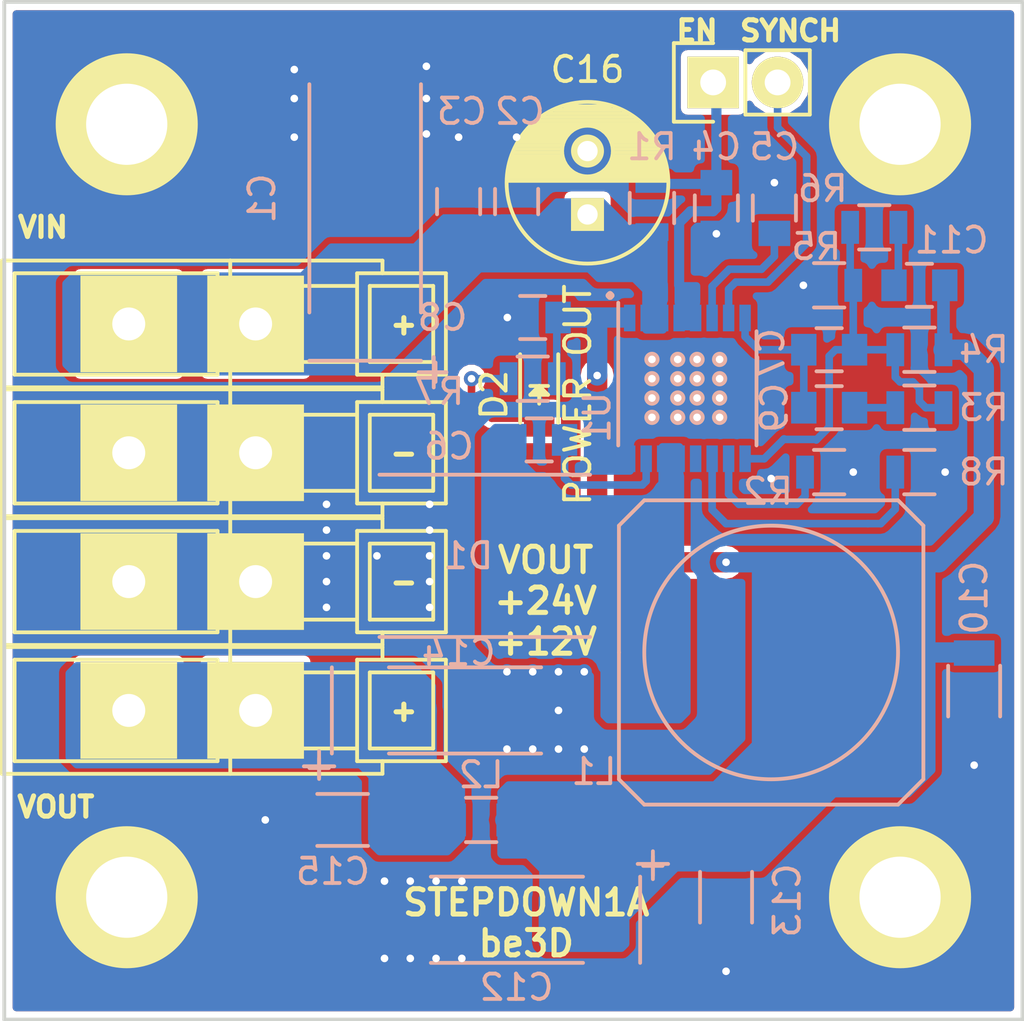
<source format=kicad_pcb>
(kicad_pcb (version 4) (host pcbnew 4.0.2-stable)

  (general
    (links 93)
    (no_connects 1)
    (area 123.368999 70.790999 163.651001 111.073001)
    (thickness 1.6)
    (drawings 15)
    (tracks 293)
    (zones 0)
    (modules 38)
    (nets 17)
  )

  (page A4)
  (layers
    (0 F.Cu mixed)
    (31 B.Cu mixed)
    (34 B.Paste user)
    (35 F.Paste user)
    (36 B.SilkS user)
    (37 F.SilkS user hide)
    (38 B.Mask user)
    (39 F.Mask user)
    (40 Dwgs.User user)
    (44 Edge.Cuts user)
  )

  (setup
    (last_trace_width 0.3)
    (user_trace_width 0.4)
    (user_trace_width 0.5)
    (user_trace_width 0.6)
    (user_trace_width 0.8)
    (user_trace_width 1)
    (user_trace_width 1.5)
    (user_trace_width 2)
    (user_trace_width 2.5)
    (trace_clearance 0.15)
    (zone_clearance 0.254)
    (zone_45_only yes)
    (trace_min 0.2)
    (segment_width 0.2)
    (edge_width 0.15)
    (via_size 0.6)
    (via_drill 0.3)
    (via_min_size 0.4)
    (via_min_drill 0.3)
    (uvia_size 0.3)
    (uvia_drill 0.1)
    (uvias_allowed no)
    (uvia_min_size 0.2)
    (uvia_min_drill 0.1)
    (pcb_text_width 0.3)
    (pcb_text_size 1 1)
    (mod_edge_width 0.15)
    (mod_text_size 0.8 0.8)
    (mod_text_width 0.2)
    (pad_size 1.524 1.524)
    (pad_drill 0.762)
    (pad_to_mask_clearance 0.2)
    (aux_axis_origin 0 0)
    (visible_elements 7FFEFFFF)
    (pcbplotparams
      (layerselection 0x010f0_80000001)
      (usegerberextensions false)
      (excludeedgelayer true)
      (linewidth 0.150000)
      (plotframeref false)
      (viasonmask false)
      (mode 1)
      (useauxorigin false)
      (hpglpennumber 1)
      (hpglpenspeed 20)
      (hpglpendiameter 15)
      (hpglpenoverlay 2)
      (psnegative false)
      (psa4output false)
      (plotreference true)
      (plotvalue true)
      (plotinvisibletext false)
      (padsonsilk false)
      (subtractmaskfromsilk false)
      (outputformat 1)
      (mirror false)
      (drillshape 0)
      (scaleselection 1)
      (outputdirectory gerber/))
  )

  (net 0 "")
  (net 1 +48V)
  (net 2 "Net-(C5-Pad1)")
  (net 3 "Net-(C6-Pad1)")
  (net 4 "Net-(C6-Pad2)")
  (net 5 "Net-(C7-Pad1)")
  (net 6 "Net-(C7-Pad2)")
  (net 7 +24V)
  (net 8 "Net-(C9-Pad1)")
  (net 9 "Net-(C11-Pad2)")
  (net 10 /SYNCH)
  (net 11 "Net-(R2-Pad1)")
  (net 12 "Net-(D2-Pad2)")
  (net 13 "Net-(R8-Pad1)")
  (net 14 GND)
  (net 15 /EN)
  (net 16 "Net-(C10-Pad1)")

  (net_class Default "This is the default net class."
    (clearance 0.15)
    (trace_width 0.3)
    (via_dia 0.6)
    (via_drill 0.3)
    (uvia_dia 0.3)
    (uvia_drill 0.1)
    (add_net +24V)
    (add_net +48V)
    (add_net /EN)
    (add_net /SYNCH)
    (add_net GND)
    (add_net "Net-(C10-Pad1)")
    (add_net "Net-(C11-Pad2)")
    (add_net "Net-(C5-Pad1)")
    (add_net "Net-(C6-Pad1)")
    (add_net "Net-(C6-Pad2)")
    (add_net "Net-(C7-Pad1)")
    (add_net "Net-(C7-Pad2)")
    (add_net "Net-(C9-Pad1)")
    (add_net "Net-(D2-Pad2)")
    (add_net "Net-(R2-Pad1)")
    (add_net "Net-(R8-Pad1)")
  )

  (module Inductors:SELF-WE-PD-XXL (layer B.Cu) (tedit 57DA7BD4) (tstamp 578DEF96)
    (at 153.67 96.52)
    (descr "SELF- WE-PD-XXL")
    (path /578D0BA9)
    (attr smd)
    (fp_text reference L1 (at -6.985 4.699 180) (layer B.SilkS)
      (effects (font (size 1 1) (thickness 0.15)) (justify mirror))
    )
    (fp_text value 15uH (at 1.80086 0 270) (layer B.Fab)
      (effects (font (size 1 1) (thickness 0.15)) (justify mirror))
    )
    (fp_circle (center 0 0) (end 0 5.00126) (layer B.SilkS) (width 0.15))
    (fp_line (start -5.99948 0) (end -5.99948 5.00126) (layer B.SilkS) (width 0.15))
    (fp_line (start -5.99948 5.00126) (end -5.00126 5.99948) (layer B.SilkS) (width 0.15))
    (fp_line (start -5.00126 5.99948) (end 5.00126 5.99948) (layer B.SilkS) (width 0.15))
    (fp_line (start 5.00126 5.99948) (end 5.99948 5.00126) (layer B.SilkS) (width 0.15))
    (fp_line (start 5.99948 5.00126) (end 5.99948 -5.00126) (layer B.SilkS) (width 0.15))
    (fp_line (start 5.99948 -5.00126) (end 5.00126 -5.99948) (layer B.SilkS) (width 0.15))
    (fp_line (start 5.00126 -5.99948) (end -5.00126 -5.99948) (layer B.SilkS) (width 0.15))
    (fp_line (start -5.00126 -5.99948) (end -5.99948 -5.00126) (layer B.SilkS) (width 0.15))
    (fp_line (start -5.99948 -5.00126) (end -5.99948 0) (layer B.SilkS) (width 0.15))
    (fp_text user "" (at 0 0) (layer B.SilkS)
      (effects (font (size 1 1) (thickness 0.15)) (justify mirror))
    )
    (fp_text user "" (at 0 0) (layer B.SilkS)
      (effects (font (size 1 1) (thickness 0.15)) (justify mirror))
    )
    (pad 1 smd rect (at -5.00126 0) (size 2.90068 5.40004) (layers B.Cu B.Paste B.Mask)
      (net 3 "Net-(C6-Pad1)"))
    (pad 2 smd rect (at 5.00126 0) (size 2.90068 5.40004) (layers B.Cu B.Paste B.Mask)
      (net 16 "Net-(C10-Pad1)"))
    (model Inductors.3dshapes/SELF-WE-PD-XXL.wrl
      (at (xyz 0 0 0))
      (scale (xyz 1 1 1))
      (rotate (xyz 0 0 0))
    )
  )

  (module Resistors_SMD:R_0805 (layer B.Cu) (tedit 57DA7BBC) (tstamp 578DEFAD)
    (at 148.971 78.994 90)
    (descr "Resistor SMD 0805, reflow soldering, Vishay (see dcrcw.pdf)")
    (tags "resistor 0805")
    (path /578D0694)
    (attr smd)
    (fp_text reference R1 (at 2.413 0 180) (layer B.SilkS)
      (effects (font (size 1 1) (thickness 0.15)) (justify mirror))
    )
    (fp_text value 0R (at 0 -2.1 90) (layer B.Fab)
      (effects (font (size 1 1) (thickness 0.15)) (justify mirror))
    )
    (fp_line (start -1.6 1) (end 1.6 1) (layer B.CrtYd) (width 0.05))
    (fp_line (start -1.6 -1) (end 1.6 -1) (layer B.CrtYd) (width 0.05))
    (fp_line (start -1.6 1) (end -1.6 -1) (layer B.CrtYd) (width 0.05))
    (fp_line (start 1.6 1) (end 1.6 -1) (layer B.CrtYd) (width 0.05))
    (fp_line (start 0.6 -0.875) (end -0.6 -0.875) (layer B.SilkS) (width 0.15))
    (fp_line (start -0.6 0.875) (end 0.6 0.875) (layer B.SilkS) (width 0.15))
    (pad 1 smd rect (at -0.95 0 90) (size 0.7 1.3) (layers B.Cu B.Paste B.Mask)
      (net 1 +48V))
    (pad 2 smd rect (at 0.95 0 90) (size 0.7 1.3) (layers B.Cu B.Paste B.Mask)
      (net 15 /EN))
    (model Resistors_SMD.3dshapes/R_0805.wrl
      (at (xyz 0 0 0))
      (scale (xyz 1 1 1))
      (rotate (xyz 0 0 0))
    )
  )

  (module Connect:WAGO256 (layer F.Cu) (tedit 56E580D1) (tstamp 578E4679)
    (at 130.81 93.726)
    (descr "WAGO-Series 236, 2Stift, 1pol, RM 5mm,")
    (tags "WAGO-Series 236, 2Stift, 1pol, RM 5mm, Anreibare Leiterplattenklemme")
    (path /578E49A2)
    (fp_text reference J4 (at -5.842 0 90) (layer F.SilkS) hide
      (effects (font (thickness 0.3048)))
    )
    (fp_text value CONN1_1 (at 0.254 4.064) (layer F.SilkS) hide
      (effects (font (thickness 0.3048)))
    )
    (fp_line (start 7.54 2.5) (end 7.54 2) (layer F.SilkS) (width 0.15))
    (fp_line (start 7.54 -2) (end 7.54 -2.5) (layer F.SilkS) (width 0.15))
    (fp_line (start 1.54 2.5001) (end 1.54 -2.5001) (layer F.SilkS) (width 0.15))
    (fp_line (start -7.46 2.5001) (end -7.46 -2.5001) (layer F.SilkS) (width 0.15))
    (fp_line (start 9.54 1.501) (end 9.54 -1.501) (layer F.SilkS) (width 0.15))
    (fp_line (start 7.0401 1.501) (end 7.0401 -1.501) (layer F.SilkS) (width 0.15))
    (fp_line (start 10.0401 -2) (end 10.0401 2) (layer F.SilkS) (width 0.15))
    (fp_line (start 6.54 -2) (end 6.54 2) (layer F.SilkS) (width 0.15))
    (fp_line (start 3.54 1.5001) (end 3.54 -1.5001) (layer F.SilkS) (width 0.15))
    (fp_line (start 1.0399 -2) (end 1.0399 2) (layer F.SilkS) (width 0.15))
    (fp_line (start -6.9601 2) (end -6.9601 -2) (layer F.SilkS) (width 0.15))
    (fp_line (start 1.0399 1) (end 1.54 1) (layer F.SilkS) (width 0.15))
    (fp_line (start 7.0401 1.5) (end 9.54 1.5) (layer F.SilkS) (width 0.15))
    (fp_line (start 6.54 2) (end 10.0401 2) (layer F.SilkS) (width 0.15))
    (fp_line (start 1.0399 -1) (end 1.54 -1) (layer F.SilkS) (width 0.15))
    (fp_line (start 7.0401 -1.5) (end 9.54 -1.5) (layer F.SilkS) (width 0.15))
    (fp_line (start 6.54 -2) (end 10.041 -2) (layer F.SilkS) (width 0.15))
    (fp_line (start 3.54 1.5) (end 6.54 1.5) (layer F.SilkS) (width 0.15))
    (fp_line (start -6.9601 2) (end 1.0399 2) (layer F.SilkS) (width 0.15))
    (fp_line (start 1.54 2.5) (end 7.54 2.5) (layer F.SilkS) (width 0.15))
    (fp_line (start 3.54 -1.5) (end 6.54 -1.5) (layer F.SilkS) (width 0.15))
    (fp_line (start -6.9601 -2) (end 1.0399 -2) (layer F.SilkS) (width 0.15))
    (fp_line (start 1.54 -2.5) (end 7.54 -2.5) (layer F.SilkS) (width 0.15))
    (fp_line (start 1.54 2.5) (end -7.46 2.5) (layer F.SilkS) (width 0.15))
    (fp_line (start -7.46 -2.5) (end 1.54 -2.5) (layer F.SilkS) (width 0.15))
    (pad 1 thru_hole rect (at -2.46 0 90) (size 3.81 3.81) (drill 1.3) (layers *.Cu *.Mask F.SilkS)
      (net 14 GND))
    (pad 1 thru_hole rect (at 2.54 0 90) (size 3.81 3.81) (drill 1.3) (layers *.Cu *.Mask F.SilkS)
      (net 14 GND))
  )

  (module Housings_SSOP:TSSOP-16-1EP-VIA_4.4x5mm_Pitch0.65mm (layer B.Cu) (tedit 57DA7BE0) (tstamp 578E4680)
    (at 150.368 86.106 270)
    (descr "FE Package; 16-Lead Plastic TSSOP (4.4mm); Exposed Pad Variation BB; (see Linear Technology 1956f.pdf)")
    (tags "SSOP 0.65")
    (path /5790B3D9)
    (attr smd)
    (fp_text reference U1 (at 1.143 3.556 270) (layer B.SilkS)
      (effects (font (size 1 1) (thickness 0.15)) (justify mirror))
    )
    (fp_text value L7987 (at 0 -3.55 270) (layer B.Fab)
      (effects (font (size 1 1) (thickness 0.15)) (justify mirror))
    )
    (fp_line (start -3.55 2.8) (end -3.55 -2.8) (layer B.CrtYd) (width 0.05))
    (fp_line (start 3.55 2.8) (end 3.55 -2.8) (layer B.CrtYd) (width 0.05))
    (fp_line (start -3.55 2.8) (end 3.55 2.8) (layer B.CrtYd) (width 0.05))
    (fp_line (start -3.55 -2.8) (end 3.55 -2.8) (layer B.CrtYd) (width 0.05))
    (fp_line (start -2.25 -2.725) (end 2.25 -2.725) (layer B.SilkS) (width 0.15))
    (fp_line (start -3.375 2.725) (end 2.25 2.725) (layer B.SilkS) (width 0.15))
    (pad 1 smd rect (at -2.775 2.275 270) (size 1.05 0.45) (layers B.Cu B.Paste B.Mask)
      (net 16 "Net-(C10-Pad1)"))
    (pad 2 smd rect (at -2.775 1.625 270) (size 1.05 0.45) (layers B.Cu B.Paste B.Mask)
      (net 1 +48V))
    (pad 3 smd rect (at -2.775 0.975 270) (size 1.05 0.45) (layers B.Cu B.Paste B.Mask)
      (net 1 +48V))
    (pad 4 smd rect (at -2.775 0.325 270) (size 1.05 0.45) (layers B.Cu B.Paste B.Mask)
      (net 15 /EN))
    (pad 5 smd rect (at -2.775 -0.325 270) (size 1.05 0.45) (layers B.Cu B.Paste B.Mask)
      (net 15 /EN))
    (pad 6 smd rect (at -2.775 -0.975 270) (size 1.05 0.45) (layers B.Cu B.Paste B.Mask)
      (net 2 "Net-(C5-Pad1)"))
    (pad 7 smd rect (at -2.775 -1.625 270) (size 1.05 0.45) (layers B.Cu B.Paste B.Mask)
      (net 10 /SYNCH))
    (pad 8 smd rect (at -2.775 -2.275 270) (size 1.05 0.45) (layers B.Cu B.Paste B.Mask)
      (net 5 "Net-(C7-Pad1)"))
    (pad 9 smd rect (at 2.775 -2.275 270) (size 1.05 0.45) (layers B.Cu B.Paste B.Mask)
      (net 6 "Net-(C7-Pad2)"))
    (pad 10 smd rect (at 2.775 -1.625 270) (size 1.05 0.45) (layers B.Cu B.Paste B.Mask)
      (net 11 "Net-(R2-Pad1)"))
    (pad 11 smd rect (at 2.775 -0.975 270) (size 1.05 0.45) (layers B.Cu B.Paste B.Mask)
      (net 13 "Net-(R8-Pad1)"))
    (pad 12 smd rect (at 2.775 -0.325 270) (size 1.05 0.45) (layers B.Cu B.Paste B.Mask))
    (pad 13 smd rect (at 2.775 0.325 270) (size 1.05 0.45) (layers B.Cu B.Paste B.Mask)
      (net 3 "Net-(C6-Pad1)"))
    (pad 14 smd rect (at 2.775 0.975 270) (size 1.05 0.45) (layers B.Cu B.Paste B.Mask)
      (net 3 "Net-(C6-Pad1)"))
    (pad 15 smd rect (at 2.775 1.625 270) (size 1.05 0.45) (layers B.Cu B.Paste B.Mask)
      (net 4 "Net-(C6-Pad2)"))
    (pad 16 smd rect (at 2.775 2.275 270) (size 1.05 0.45) (layers B.Cu B.Paste B.Mask)
      (net 14 GND))
    (pad 17 smd rect (at 0.735 -1.3425 270) (size 1.47 0.895) (layers B.Cu B.Paste B.Mask)
      (net 14 GND) (solder_paste_margin_ratio -0.2))
    (pad 17 smd rect (at 0.735 -0.4475 270) (size 1.47 0.895) (layers B.Cu B.Paste B.Mask)
      (net 14 GND) (solder_paste_margin_ratio -0.2))
    (pad 17 smd rect (at 0.735 0.4475 270) (size 1.47 0.895) (layers B.Cu B.Paste B.Mask)
      (net 14 GND) (solder_paste_margin_ratio -0.2))
    (pad 17 smd rect (at 0.735 1.3425 270) (size 1.47 0.895) (layers B.Cu B.Paste B.Mask)
      (net 14 GND) (solder_paste_margin_ratio -0.2))
    (pad 17 smd rect (at -0.735 -1.3425 270) (size 1.47 0.895) (layers B.Cu B.Paste B.Mask)
      (net 14 GND) (solder_paste_margin_ratio -0.2))
    (pad 17 smd rect (at -0.735 -0.4475 270) (size 1.47 0.895) (layers B.Cu B.Paste B.Mask)
      (net 14 GND) (solder_paste_margin_ratio -0.2))
    (pad 17 smd rect (at -0.735 0.4475 270) (size 1.47 0.895) (layers B.Cu B.Paste B.Mask)
      (net 14 GND) (solder_paste_margin_ratio -0.2))
    (pad 17 smd rect (at -0.735 1.3425 270) (size 1.47 0.895) (layers B.Cu B.Paste B.Mask)
      (net 14 GND) (solder_paste_margin_ratio -0.2))
    (pad 17 thru_hole circle (at -1.143 1.397 270) (size 0.6 0.6) (drill 0.3) (layers *.Cu *.Mask B.SilkS)
      (net 14 GND))
    (pad 17 thru_hole circle (at -0.381 1.397 270) (size 0.6 0.6) (drill 0.3) (layers *.Cu *.Mask B.SilkS)
      (net 14 GND))
    (pad 17 thru_hole circle (at 0.381 1.397 270) (size 0.6 0.6) (drill 0.3) (layers *.Cu *.Mask B.SilkS)
      (net 14 GND))
    (pad 17 thru_hole circle (at -1.143 0.381 270) (size 0.6 0.6) (drill 0.3) (layers *.Cu *.Mask B.SilkS)
      (net 14 GND))
    (pad 17 thru_hole circle (at -0.381 0.381 270) (size 0.6 0.6) (drill 0.3) (layers *.Cu *.Mask B.SilkS)
      (net 14 GND))
    (pad 17 thru_hole circle (at 1.143 1.397 270) (size 0.6 0.6) (drill 0.3) (layers *.Cu *.Mask B.SilkS)
      (net 14 GND))
    (pad 17 thru_hole circle (at -1.143 -0.381 270) (size 0.6 0.6) (drill 0.3) (layers *.Cu *.Mask B.SilkS)
      (net 14 GND))
    (pad 17 thru_hole circle (at 0.381 0.381 270) (size 0.6 0.6) (drill 0.3) (layers *.Cu *.Mask B.SilkS)
      (net 14 GND))
    (pad 17 thru_hole circle (at 1.143 0.381 270) (size 0.6 0.6) (drill 0.3) (layers *.Cu *.Mask B.SilkS)
      (net 14 GND))
    (pad 17 thru_hole circle (at -1.143 -1.27 270) (size 0.6 0.6) (drill 0.3) (layers *.Cu *.Mask B.SilkS)
      (net 14 GND))
    (pad 17 thru_hole circle (at -0.381 -0.381 270) (size 0.6 0.6) (drill 0.3) (layers *.Cu *.Mask B.SilkS)
      (net 14 GND))
    (pad 17 thru_hole circle (at 0.381 -0.381 270) (size 0.6 0.6) (drill 0.3) (layers *.Cu *.Mask B.SilkS)
      (net 14 GND))
    (pad 17 thru_hole circle (at 1.143 -0.381 270) (size 0.6 0.6) (drill 0.3) (layers *.Cu *.Mask B.SilkS)
      (net 14 GND))
    (pad 17 thru_hole circle (at -0.381 -1.27 270) (size 0.6 0.6) (drill 0.3) (layers *.Cu *.Mask B.SilkS)
      (net 14 GND))
    (pad 17 thru_hole circle (at 0.381 -1.27 270) (size 0.6 0.6) (drill 0.3) (layers *.Cu *.Mask B.SilkS)
      (net 14 GND))
    (pad 17 thru_hole circle (at 1.143 -1.27 270) (size 0.6 0.6) (drill 0.3) (layers *.Cu *.Mask B.SilkS)
      (net 14 GND))
    (model Housings_SSOP.3dshapes/TSSOP-16-1EP_4.4x5mm_Pitch0.65mm.wrl
      (at (xyz 0 0 0))
      (scale (xyz 1 1 1))
      (rotate (xyz 0 0 0))
    )
  )

  (module Mounting_Holes:MountingHole_3.2mm_M3_DIN965_Pad (layer F.Cu) (tedit 57908607) (tstamp 572B5280)
    (at 128.27 106.172)
    (descr "Mounting Hole 3.2mm, M3, DIN965")
    (tags "mounting hole 3.2mm m3 din965")
    (path /572B51FA)
    (fp_text reference P1 (at 2.794 3.302) (layer F.SilkS) hide
      (effects (font (size 0.8 0.8) (thickness 0.2)))
    )
    (fp_text value _NC (at 0 3.8) (layer F.Fab) hide
      (effects (font (size 1 1) (thickness 0.15)))
    )
    (fp_circle (center 0 0) (end 2.8 0) (layer Cmts.User) (width 0.15))
    (fp_circle (center 0 0) (end 3.05 0) (layer F.CrtYd) (width 0.05))
    (pad 1 thru_hole circle (at 0 0) (size 5.6 5.6) (drill 3.2) (layers *.Cu *.Mask F.SilkS)
      (net 14 GND))
  )

  (module Mounting_Holes:MountingHole_3.2mm_M3_DIN965_Pad (layer F.Cu) (tedit 5790860C) (tstamp 572B5285)
    (at 128.27 75.692)
    (descr "Mounting Hole 3.2mm, M3, DIN965")
    (tags "mounting hole 3.2mm m3 din965")
    (path /572B525F)
    (fp_text reference P2 (at 3.302 2.286) (layer F.SilkS) hide
      (effects (font (size 0.8 0.8) (thickness 0.2)))
    )
    (fp_text value _NC (at 0 3.8) (layer F.Fab) hide
      (effects (font (size 1 1) (thickness 0.15)))
    )
    (fp_circle (center 0 0) (end 2.8 0) (layer Cmts.User) (width 0.15))
    (fp_circle (center 0 0) (end 3.05 0) (layer F.CrtYd) (width 0.05))
    (pad 1 thru_hole circle (at 0 0) (size 5.6 5.6) (drill 3.2) (layers *.Cu *.Mask F.SilkS)
      (net 14 GND))
  )

  (module Mounting_Holes:MountingHole_3.2mm_M3_DIN965_Pad (layer F.Cu) (tedit 57908604) (tstamp 572B528A)
    (at 158.75 106.172)
    (descr "Mounting Hole 3.2mm, M3, DIN965")
    (tags "mounting hole 3.2mm m3 din965")
    (path /572B52A1)
    (fp_text reference P3 (at -3.048 3.302) (layer F.SilkS) hide
      (effects (font (size 0.8 0.8) (thickness 0.2)))
    )
    (fp_text value _NC (at 0 3.8) (layer F.Fab) hide
      (effects (font (size 1 1) (thickness 0.15)))
    )
    (fp_circle (center 0 0) (end 2.8 0) (layer Cmts.User) (width 0.15))
    (fp_circle (center 0 0) (end 3.05 0) (layer F.CrtYd) (width 0.05))
    (pad 1 thru_hole circle (at 0 0) (size 5.6 5.6) (drill 3.2) (layers *.Cu *.Mask F.SilkS)
      (net 14 GND))
  )

  (module Mounting_Holes:MountingHole_3.2mm_M3_DIN965_Pad (layer F.Cu) (tedit 57D6864B) (tstamp 572B528F)
    (at 158.75 75.692)
    (descr "Mounting Hole 3.2mm, M3, DIN965")
    (tags "mounting hole 3.2mm m3 din965")
    (path /572B52AD)
    (fp_text reference P4 (at 2.54 3.048) (layer F.SilkS) hide
      (effects (font (size 0.8 0.8) (thickness 0.2)))
    )
    (fp_text value _NC (at 0 3.8) (layer F.Fab) hide
      (effects (font (size 1 1) (thickness 0.15)))
    )
    (fp_circle (center 0 0) (end 2.8 0) (layer Cmts.User) (width 0.15))
    (fp_circle (center 0 0) (end 3.05 0) (layer F.CrtYd) (width 0.05))
    (pad 1 thru_hole circle (at 0 0) (size 5.6 5.6) (drill 3.2) (layers *.Cu *.Mask F.SilkS)
      (net 14 GND))
  )

  (module Capacitors_SMD:C_0805 (layer B.Cu) (tedit 57E8CA22) (tstamp 578DEF54)
    (at 143.637 78.74 90)
    (descr "Capacitor SMD 0805, reflow soldering, AVX (see smccp.pdf)")
    (tags "capacitor 0805")
    (path /578CFFEA)
    (attr smd)
    (fp_text reference C2 (at 3.556 0.127 180) (layer B.SilkS)
      (effects (font (size 1 1) (thickness 0.15)) (justify mirror))
    )
    (fp_text value 3u3 (at 0 -2.1 90) (layer B.Fab)
      (effects (font (size 1 1) (thickness 0.15)) (justify mirror))
    )
    (fp_line (start -1.8 1) (end 1.8 1) (layer B.CrtYd) (width 0.05))
    (fp_line (start -1.8 -1) (end 1.8 -1) (layer B.CrtYd) (width 0.05))
    (fp_line (start -1.8 1) (end -1.8 -1) (layer B.CrtYd) (width 0.05))
    (fp_line (start 1.8 1) (end 1.8 -1) (layer B.CrtYd) (width 0.05))
    (fp_line (start 0.5 0.85) (end -0.5 0.85) (layer B.SilkS) (width 0.15))
    (fp_line (start -0.5 -0.85) (end 0.5 -0.85) (layer B.SilkS) (width 0.15))
    (pad 1 smd rect (at -1 0 90) (size 1 1.25) (layers B.Cu B.Paste B.Mask)
      (net 1 +48V))
    (pad 2 smd rect (at 1 0 90) (size 1 1.25) (layers B.Cu B.Paste B.Mask)
      (net 14 GND))
    (model Capacitors_SMD.3dshapes/C_0805.wrl
      (at (xyz 0 0 0))
      (scale (xyz 1 1 1))
      (rotate (xyz 0 0 0))
    )
  )

  (module Capacitors_SMD:C_0805 (layer B.Cu) (tedit 57E8CA24) (tstamp 578DEF5A)
    (at 141.351 78.74 90)
    (descr "Capacitor SMD 0805, reflow soldering, AVX (see smccp.pdf)")
    (tags "capacitor 0805")
    (path /578CFEDA)
    (attr smd)
    (fp_text reference C3 (at 3.556 0.127 180) (layer B.SilkS)
      (effects (font (size 1 1) (thickness 0.15)) (justify mirror))
    )
    (fp_text value 1u (at 0 -2.1 90) (layer B.Fab)
      (effects (font (size 1 1) (thickness 0.15)) (justify mirror))
    )
    (fp_line (start -1.8 1) (end 1.8 1) (layer B.CrtYd) (width 0.05))
    (fp_line (start -1.8 -1) (end 1.8 -1) (layer B.CrtYd) (width 0.05))
    (fp_line (start -1.8 1) (end -1.8 -1) (layer B.CrtYd) (width 0.05))
    (fp_line (start 1.8 1) (end 1.8 -1) (layer B.CrtYd) (width 0.05))
    (fp_line (start 0.5 0.85) (end -0.5 0.85) (layer B.SilkS) (width 0.15))
    (fp_line (start -0.5 -0.85) (end 0.5 -0.85) (layer B.SilkS) (width 0.15))
    (pad 1 smd rect (at -1 0 90) (size 1 1.25) (layers B.Cu B.Paste B.Mask)
      (net 1 +48V))
    (pad 2 smd rect (at 1 0 90) (size 1 1.25) (layers B.Cu B.Paste B.Mask)
      (net 14 GND))
    (model Capacitors_SMD.3dshapes/C_0805.wrl
      (at (xyz 0 0 0))
      (scale (xyz 1 1 1))
      (rotate (xyz 0 0 0))
    )
  )

  (module Capacitors_SMD:C_0805 (layer B.Cu) (tedit 57DA7BB8) (tstamp 578DEF60)
    (at 151.511 78.994 270)
    (descr "Capacitor SMD 0805, reflow soldering, AVX (see smccp.pdf)")
    (tags "capacitor 0805")
    (path /578CFF71)
    (attr smd)
    (fp_text reference C4 (at -2.413 0 360) (layer B.SilkS)
      (effects (font (size 1 1) (thickness 0.15)) (justify mirror))
    )
    (fp_text value 1u (at 0 -2.1 270) (layer B.Fab)
      (effects (font (size 1 1) (thickness 0.15)) (justify mirror))
    )
    (fp_line (start -1.8 1) (end 1.8 1) (layer B.CrtYd) (width 0.05))
    (fp_line (start -1.8 -1) (end 1.8 -1) (layer B.CrtYd) (width 0.05))
    (fp_line (start -1.8 1) (end -1.8 -1) (layer B.CrtYd) (width 0.05))
    (fp_line (start 1.8 1) (end 1.8 -1) (layer B.CrtYd) (width 0.05))
    (fp_line (start 0.5 0.85) (end -0.5 0.85) (layer B.SilkS) (width 0.15))
    (fp_line (start -0.5 -0.85) (end 0.5 -0.85) (layer B.SilkS) (width 0.15))
    (pad 1 smd rect (at -1 0 270) (size 1 1.25) (layers B.Cu B.Paste B.Mask)
      (net 15 /EN))
    (pad 2 smd rect (at 1 0 270) (size 1 1.25) (layers B.Cu B.Paste B.Mask)
      (net 14 GND))
    (model Capacitors_SMD.3dshapes/C_0805.wrl
      (at (xyz 0 0 0))
      (scale (xyz 1 1 1))
      (rotate (xyz 0 0 0))
    )
  )

  (module Capacitors_SMD:C_0805 (layer B.Cu) (tedit 57DA7BCA) (tstamp 578DEF66)
    (at 153.797 78.994 90)
    (descr "Capacitor SMD 0805, reflow soldering, AVX (see smccp.pdf)")
    (tags "capacitor 0805")
    (path /578D0607)
    (attr smd)
    (fp_text reference C5 (at 2.413 0 180) (layer B.SilkS)
      (effects (font (size 1 1) (thickness 0.15)) (justify mirror))
    )
    (fp_text value 150n (at 0 -2.1 90) (layer B.Fab)
      (effects (font (size 1 1) (thickness 0.15)) (justify mirror))
    )
    (fp_line (start -1.8 1) (end 1.8 1) (layer B.CrtYd) (width 0.05))
    (fp_line (start -1.8 -1) (end 1.8 -1) (layer B.CrtYd) (width 0.05))
    (fp_line (start -1.8 1) (end -1.8 -1) (layer B.CrtYd) (width 0.05))
    (fp_line (start 1.8 1) (end 1.8 -1) (layer B.CrtYd) (width 0.05))
    (fp_line (start 0.5 0.85) (end -0.5 0.85) (layer B.SilkS) (width 0.15))
    (fp_line (start -0.5 -0.85) (end 0.5 -0.85) (layer B.SilkS) (width 0.15))
    (pad 1 smd rect (at -1 0 90) (size 1 1.25) (layers B.Cu B.Paste B.Mask)
      (net 2 "Net-(C5-Pad1)"))
    (pad 2 smd rect (at 1 0 90) (size 1 1.25) (layers B.Cu B.Paste B.Mask)
      (net 14 GND))
    (model Capacitors_SMD.3dshapes/C_0805.wrl
      (at (xyz 0 0 0))
      (scale (xyz 1 1 1))
      (rotate (xyz 0 0 0))
    )
  )

  (module Capacitors_SMD:C_0805 (layer B.Cu) (tedit 57D6866E) (tstamp 578DEF6C)
    (at 144.526 88.138)
    (descr "Capacitor SMD 0805, reflow soldering, AVX (see smccp.pdf)")
    (tags "capacitor 0805")
    (path /578D0061)
    (attr smd)
    (fp_text reference C6 (at -3.556 0.254) (layer B.SilkS)
      (effects (font (size 1 1) (thickness 0.15)) (justify mirror))
    )
    (fp_text value 100n (at 0 -2.1) (layer B.Fab)
      (effects (font (size 1 1) (thickness 0.15)) (justify mirror))
    )
    (fp_line (start -1.8 1) (end 1.8 1) (layer B.CrtYd) (width 0.05))
    (fp_line (start -1.8 -1) (end 1.8 -1) (layer B.CrtYd) (width 0.05))
    (fp_line (start -1.8 1) (end -1.8 -1) (layer B.CrtYd) (width 0.05))
    (fp_line (start 1.8 1) (end 1.8 -1) (layer B.CrtYd) (width 0.05))
    (fp_line (start 0.5 0.85) (end -0.5 0.85) (layer B.SilkS) (width 0.15))
    (fp_line (start -0.5 -0.85) (end 0.5 -0.85) (layer B.SilkS) (width 0.15))
    (pad 1 smd rect (at -1 0) (size 1 1.25) (layers B.Cu B.Paste B.Mask)
      (net 3 "Net-(C6-Pad1)"))
    (pad 2 smd rect (at 1 0) (size 1 1.25) (layers B.Cu B.Paste B.Mask)
      (net 4 "Net-(C6-Pad2)"))
    (model Capacitors_SMD.3dshapes/C_0805.wrl
      (at (xyz 0 0 0))
      (scale (xyz 1 1 1))
      (rotate (xyz 0 0 0))
    )
  )

  (module Capacitors_SMD:C_0805 (layer B.Cu) (tedit 57E8CA7A) (tstamp 578DEF72)
    (at 155.956 84.582)
    (descr "Capacitor SMD 0805, reflow soldering, AVX (see smccp.pdf)")
    (tags "capacitor 0805")
    (path /578D0484)
    (attr smd)
    (fp_text reference C7 (at -2.286 0.127 90) (layer B.SilkS)
      (effects (font (size 1 1) (thickness 0.15)) (justify mirror))
    )
    (fp_text value 390p (at 0 -2.1) (layer B.Fab)
      (effects (font (size 1 1) (thickness 0.15)) (justify mirror))
    )
    (fp_line (start -1.8 1) (end 1.8 1) (layer B.CrtYd) (width 0.05))
    (fp_line (start -1.8 -1) (end 1.8 -1) (layer B.CrtYd) (width 0.05))
    (fp_line (start -1.8 1) (end -1.8 -1) (layer B.CrtYd) (width 0.05))
    (fp_line (start 1.8 1) (end 1.8 -1) (layer B.CrtYd) (width 0.05))
    (fp_line (start 0.5 0.85) (end -0.5 0.85) (layer B.SilkS) (width 0.15))
    (fp_line (start -0.5 -0.85) (end 0.5 -0.85) (layer B.SilkS) (width 0.15))
    (pad 1 smd rect (at -1 0) (size 1 1.25) (layers B.Cu B.Paste B.Mask)
      (net 5 "Net-(C7-Pad1)"))
    (pad 2 smd rect (at 1 0) (size 1 1.25) (layers B.Cu B.Paste B.Mask)
      (net 6 "Net-(C7-Pad2)"))
    (model Capacitors_SMD.3dshapes/C_0805.wrl
      (at (xyz 0 0 0))
      (scale (xyz 1 1 1))
      (rotate (xyz 0 0 0))
    )
  )

  (module Capacitors_SMD:C_0805 (layer B.Cu) (tedit 57D6866B) (tstamp 578DEF78)
    (at 144.272 83.312 180)
    (descr "Capacitor SMD 0805, reflow soldering, AVX (see smccp.pdf)")
    (tags "capacitor 0805")
    (path /578D0417)
    (attr smd)
    (fp_text reference C8 (at 3.556 0 180) (layer B.SilkS)
      (effects (font (size 1 1) (thickness 0.15)) (justify mirror))
    )
    (fp_text value 1u (at 0 -2.1 180) (layer B.Fab)
      (effects (font (size 1 1) (thickness 0.15)) (justify mirror))
    )
    (fp_line (start -1.8 1) (end 1.8 1) (layer B.CrtYd) (width 0.05))
    (fp_line (start -1.8 -1) (end 1.8 -1) (layer B.CrtYd) (width 0.05))
    (fp_line (start -1.8 1) (end -1.8 -1) (layer B.CrtYd) (width 0.05))
    (fp_line (start 1.8 1) (end 1.8 -1) (layer B.CrtYd) (width 0.05))
    (fp_line (start 0.5 0.85) (end -0.5 0.85) (layer B.SilkS) (width 0.15))
    (fp_line (start -0.5 -0.85) (end 0.5 -0.85) (layer B.SilkS) (width 0.15))
    (pad 1 smd rect (at -1 0 180) (size 1 1.25) (layers B.Cu B.Paste B.Mask)
      (net 16 "Net-(C10-Pad1)"))
    (pad 2 smd rect (at 1 0 180) (size 1 1.25) (layers B.Cu B.Paste B.Mask)
      (net 14 GND))
    (model Capacitors_SMD.3dshapes/C_0805.wrl
      (at (xyz 0 0 0))
      (scale (xyz 1 1 1))
      (rotate (xyz 0 0 0))
    )
  )

  (module Capacitors_SMD:C_0805 (layer B.Cu) (tedit 57E8CA63) (tstamp 578DEF7E)
    (at 155.956 86.868 180)
    (descr "Capacitor SMD 0805, reflow soldering, AVX (see smccp.pdf)")
    (tags "capacitor 0805")
    (path /578D0568)
    (attr smd)
    (fp_text reference C9 (at 2.159 0 450) (layer B.SilkS)
      (effects (font (size 1 1) (thickness 0.15)) (justify mirror))
    )
    (fp_text value 33n (at 0 -2.1 180) (layer B.Fab)
      (effects (font (size 1 1) (thickness 0.15)) (justify mirror))
    )
    (fp_line (start -1.8 1) (end 1.8 1) (layer B.CrtYd) (width 0.05))
    (fp_line (start -1.8 -1) (end 1.8 -1) (layer B.CrtYd) (width 0.05))
    (fp_line (start -1.8 1) (end -1.8 -1) (layer B.CrtYd) (width 0.05))
    (fp_line (start 1.8 1) (end 1.8 -1) (layer B.CrtYd) (width 0.05))
    (fp_line (start 0.5 0.85) (end -0.5 0.85) (layer B.SilkS) (width 0.15))
    (fp_line (start -0.5 -0.85) (end 0.5 -0.85) (layer B.SilkS) (width 0.15))
    (pad 1 smd rect (at -1 0 180) (size 1 1.25) (layers B.Cu B.Paste B.Mask)
      (net 8 "Net-(C9-Pad1)"))
    (pad 2 smd rect (at 1 0 180) (size 1 1.25) (layers B.Cu B.Paste B.Mask)
      (net 5 "Net-(C7-Pad1)"))
    (model Capacitors_SMD.3dshapes/C_0805.wrl
      (at (xyz 0 0 0))
      (scale (xyz 1 1 1))
      (rotate (xyz 0 0 0))
    )
  )

  (module Capacitors_SMD:C_0805 (layer B.Cu) (tedit 57D6885D) (tstamp 578DEF8A)
    (at 159.512 82.042 180)
    (descr "Capacitor SMD 0805, reflow soldering, AVX (see smccp.pdf)")
    (tags "capacitor 0805")
    (path /578D0501)
    (attr smd)
    (fp_text reference C11 (at -1.27 1.778 180) (layer B.SilkS)
      (effects (font (size 1 1) (thickness 0.15)) (justify mirror))
    )
    (fp_text value 470p (at 0 -2.1 180) (layer B.Fab)
      (effects (font (size 1 1) (thickness 0.15)) (justify mirror))
    )
    (fp_line (start -1.8 1) (end 1.8 1) (layer B.CrtYd) (width 0.05))
    (fp_line (start -1.8 -1) (end 1.8 -1) (layer B.CrtYd) (width 0.05))
    (fp_line (start -1.8 1) (end -1.8 -1) (layer B.CrtYd) (width 0.05))
    (fp_line (start 1.8 1) (end 1.8 -1) (layer B.CrtYd) (width 0.05))
    (fp_line (start 0.5 0.85) (end -0.5 0.85) (layer B.SilkS) (width 0.15))
    (fp_line (start -0.5 -0.85) (end 0.5 -0.85) (layer B.SilkS) (width 0.15))
    (pad 1 smd rect (at -1 0 180) (size 1 1.25) (layers B.Cu B.Paste B.Mask)
      (net 16 "Net-(C10-Pad1)"))
    (pad 2 smd rect (at 1 0 180) (size 1 1.25) (layers B.Cu B.Paste B.Mask)
      (net 9 "Net-(C11-Pad2)"))
    (model Capacitors_SMD.3dshapes/C_0805.wrl
      (at (xyz 0 0 0))
      (scale (xyz 1 1 1))
      (rotate (xyz 0 0 0))
    )
  )

  (module Diodes_SMD:DO-214AB (layer B.Cu) (tedit 579082DE) (tstamp 578DEF90)
    (at 141.732 92.71 180)
    (descr "Jedec DO-214AB diode package. Designed according to Fairchild SS32 datasheet.")
    (tags "DO-214AB diode")
    (path /578D365B)
    (attr smd)
    (fp_text reference D1 (at 0 0 180) (layer B.SilkS)
      (effects (font (size 1 1) (thickness 0.15)) (justify mirror))
    )
    (fp_text value STPS3L60 (at 0 -4.6 180) (layer B.Fab)
      (effects (font (size 1 1) (thickness 0.15)) (justify mirror))
    )
    (fp_line (start -5.15 3.45) (end 5.15 3.45) (layer B.CrtYd) (width 0.05))
    (fp_line (start 5.15 3.45) (end 5.15 -3.45) (layer B.CrtYd) (width 0.05))
    (fp_line (start 5.15 -3.45) (end -5.15 -3.45) (layer B.CrtYd) (width 0.05))
    (fp_line (start -5.15 -3.45) (end -5.15 3.45) (layer B.CrtYd) (width 0.05))
    (fp_line (start 3.5 -3.2) (end -4.8 -3.2) (layer B.SilkS) (width 0.15))
    (fp_line (start -4.8 3.2) (end 3.5 3.2) (layer B.SilkS) (width 0.15))
    (pad 2 smd rect (at 3.6 0 180) (size 2.6 3.2) (layers B.Cu B.Paste B.Mask)
      (net 14 GND))
    (pad 1 smd rect (at -3.6 0 180) (size 2.6 3.2) (layers B.Cu B.Paste B.Mask)
      (net 3 "Net-(C6-Pad1)"))
    (model Diodes_SMD.3dshapes/DO-214AB.wrl
      (at (xyz 0 0 0))
      (scale (xyz 0.39 0.39 0.39))
      (rotate (xyz 0 0 180))
    )
  )

  (module Resistors_SMD:R_0805 (layer B.Cu) (tedit 57E8CA0F) (tstamp 578DEFB3)
    (at 155.956 89.408)
    (descr "Resistor SMD 0805, reflow soldering, Vishay (see dcrcw.pdf)")
    (tags "resistor 0805")
    (path /578D0769)
    (attr smd)
    (fp_text reference R2 (at -2.413 0.762) (layer B.SilkS)
      (effects (font (size 1 1) (thickness 0.15)) (justify mirror))
    )
    (fp_text value 16k9 (at 0 -2.1) (layer B.Fab)
      (effects (font (size 1 1) (thickness 0.15)) (justify mirror))
    )
    (fp_line (start -1.6 1) (end 1.6 1) (layer B.CrtYd) (width 0.05))
    (fp_line (start -1.6 -1) (end 1.6 -1) (layer B.CrtYd) (width 0.05))
    (fp_line (start -1.6 1) (end -1.6 -1) (layer B.CrtYd) (width 0.05))
    (fp_line (start 1.6 1) (end 1.6 -1) (layer B.CrtYd) (width 0.05))
    (fp_line (start 0.6 -0.875) (end -0.6 -0.875) (layer B.SilkS) (width 0.15))
    (fp_line (start -0.6 0.875) (end 0.6 0.875) (layer B.SilkS) (width 0.15))
    (pad 1 smd rect (at -0.95 0) (size 0.7 1.3) (layers B.Cu B.Paste B.Mask)
      (net 11 "Net-(R2-Pad1)"))
    (pad 2 smd rect (at 0.95 0) (size 0.7 1.3) (layers B.Cu B.Paste B.Mask)
      (net 14 GND))
    (model Resistors_SMD.3dshapes/R_0805.wrl
      (at (xyz 0 0 0))
      (scale (xyz 1 1 1))
      (rotate (xyz 0 0 0))
    )
  )

  (module Resistors_SMD:R_0805 (layer B.Cu) (tedit 57D6886A) (tstamp 578DEFB9)
    (at 159.512 86.868 180)
    (descr "Resistor SMD 0805, reflow soldering, Vishay (see dcrcw.pdf)")
    (tags "resistor 0805")
    (path /578D080A)
    (attr smd)
    (fp_text reference R3 (at -2.54 0 180) (layer B.SilkS)
      (effects (font (size 1 1) (thickness 0.15)) (justify mirror))
    )
    (fp_text value 750R (at 0 -2.1 180) (layer B.Fab)
      (effects (font (size 1 1) (thickness 0.15)) (justify mirror))
    )
    (fp_line (start -1.6 1) (end 1.6 1) (layer B.CrtYd) (width 0.05))
    (fp_line (start -1.6 -1) (end 1.6 -1) (layer B.CrtYd) (width 0.05))
    (fp_line (start -1.6 1) (end -1.6 -1) (layer B.CrtYd) (width 0.05))
    (fp_line (start 1.6 1) (end 1.6 -1) (layer B.CrtYd) (width 0.05))
    (fp_line (start 0.6 -0.875) (end -0.6 -0.875) (layer B.SilkS) (width 0.15))
    (fp_line (start -0.6 0.875) (end 0.6 0.875) (layer B.SilkS) (width 0.15))
    (pad 1 smd rect (at -0.95 0 180) (size 0.7 1.3) (layers B.Cu B.Paste B.Mask)
      (net 6 "Net-(C7-Pad2)"))
    (pad 2 smd rect (at 0.95 0 180) (size 0.7 1.3) (layers B.Cu B.Paste B.Mask)
      (net 8 "Net-(C9-Pad1)"))
    (model Resistors_SMD.3dshapes/R_0805.wrl
      (at (xyz 0 0 0))
      (scale (xyz 1 1 1))
      (rotate (xyz 0 0 0))
    )
  )

  (module Resistors_SMD:R_0805 (layer B.Cu) (tedit 57D68859) (tstamp 578DEFBF)
    (at 159.512 84.582 180)
    (descr "Resistor SMD 0805, reflow soldering, Vishay (see dcrcw.pdf)")
    (tags "resistor 0805")
    (path /578D08DF)
    (attr smd)
    (fp_text reference R4 (at -2.54 0 180) (layer B.SilkS)
      (effects (font (size 1 1) (thickness 0.15)) (justify mirror))
    )
    (fp_text value 18k (at 0 -2.1 180) (layer B.Fab)
      (effects (font (size 1 1) (thickness 0.15)) (justify mirror))
    )
    (fp_line (start -1.6 1) (end 1.6 1) (layer B.CrtYd) (width 0.05))
    (fp_line (start -1.6 -1) (end 1.6 -1) (layer B.CrtYd) (width 0.05))
    (fp_line (start -1.6 1) (end -1.6 -1) (layer B.CrtYd) (width 0.05))
    (fp_line (start 1.6 1) (end 1.6 -1) (layer B.CrtYd) (width 0.05))
    (fp_line (start 0.6 -0.875) (end -0.6 -0.875) (layer B.SilkS) (width 0.15))
    (fp_line (start -0.6 0.875) (end 0.6 0.875) (layer B.SilkS) (width 0.15))
    (pad 1 smd rect (at -0.95 0 180) (size 0.7 1.3) (layers B.Cu B.Paste B.Mask)
      (net 16 "Net-(C10-Pad1)"))
    (pad 2 smd rect (at 0.95 0 180) (size 0.7 1.3) (layers B.Cu B.Paste B.Mask)
      (net 6 "Net-(C7-Pad2)"))
    (model Resistors_SMD.3dshapes/R_0805.wrl
      (at (xyz 0 0 0))
      (scale (xyz 1 1 1))
      (rotate (xyz 0 0 0))
    )
  )

  (module Resistors_SMD:R_0805 (layer B.Cu) (tedit 57E8CA19) (tstamp 578DEFC5)
    (at 155.956 82.042 180)
    (descr "Resistor SMD 0805, reflow soldering, Vishay (see dcrcw.pdf)")
    (tags "resistor 0805")
    (path /578D0974)
    (attr smd)
    (fp_text reference R5 (at 0.508 1.524 180) (layer B.SilkS)
      (effects (font (size 1 1) (thickness 0.15)) (justify mirror))
    )
    (fp_text value 620R (at 0 -2.1 180) (layer B.Fab)
      (effects (font (size 1 1) (thickness 0.15)) (justify mirror))
    )
    (fp_line (start -1.6 1) (end 1.6 1) (layer B.CrtYd) (width 0.05))
    (fp_line (start -1.6 -1) (end 1.6 -1) (layer B.CrtYd) (width 0.05))
    (fp_line (start -1.6 1) (end -1.6 -1) (layer B.CrtYd) (width 0.05))
    (fp_line (start 1.6 1) (end 1.6 -1) (layer B.CrtYd) (width 0.05))
    (fp_line (start 0.6 -0.875) (end -0.6 -0.875) (layer B.SilkS) (width 0.15))
    (fp_line (start -0.6 0.875) (end 0.6 0.875) (layer B.SilkS) (width 0.15))
    (pad 1 smd rect (at -0.95 0 180) (size 0.7 1.3) (layers B.Cu B.Paste B.Mask)
      (net 6 "Net-(C7-Pad2)"))
    (pad 2 smd rect (at 0.95 0 180) (size 0.7 1.3) (layers B.Cu B.Paste B.Mask)
      (net 14 GND))
    (model Resistors_SMD.3dshapes/R_0805.wrl
      (at (xyz 0 0 0))
      (scale (xyz 1 1 1))
      (rotate (xyz 0 0 0))
    )
  )

  (module Resistors_SMD:R_0805 (layer B.Cu) (tedit 57D68645) (tstamp 578DEFCB)
    (at 157.734 79.756 180)
    (descr "Resistor SMD 0805, reflow soldering, Vishay (see dcrcw.pdf)")
    (tags "resistor 0805")
    (path /578D0A0B)
    (attr smd)
    (fp_text reference R6 (at 2.032 1.524 180) (layer B.SilkS)
      (effects (font (size 1 1) (thickness 0.15)) (justify mirror))
    )
    (fp_text value 680R (at 0 -2.1 180) (layer B.Fab)
      (effects (font (size 1 1) (thickness 0.15)) (justify mirror))
    )
    (fp_line (start -1.6 1) (end 1.6 1) (layer B.CrtYd) (width 0.05))
    (fp_line (start -1.6 -1) (end 1.6 -1) (layer B.CrtYd) (width 0.05))
    (fp_line (start -1.6 1) (end -1.6 -1) (layer B.CrtYd) (width 0.05))
    (fp_line (start 1.6 1) (end 1.6 -1) (layer B.CrtYd) (width 0.05))
    (fp_line (start 0.6 -0.875) (end -0.6 -0.875) (layer B.SilkS) (width 0.15))
    (fp_line (start -0.6 0.875) (end 0.6 0.875) (layer B.SilkS) (width 0.15))
    (pad 1 smd rect (at -0.95 0 180) (size 0.7 1.3) (layers B.Cu B.Paste B.Mask)
      (net 9 "Net-(C11-Pad2)"))
    (pad 2 smd rect (at 0.95 0 180) (size 0.7 1.3) (layers B.Cu B.Paste B.Mask)
      (net 6 "Net-(C7-Pad2)"))
    (model Resistors_SMD.3dshapes/R_0805.wrl
      (at (xyz 0 0 0))
      (scale (xyz 1 1 1))
      (rotate (xyz 0 0 0))
    )
  )

  (module LEDs:LED_0805 (layer F.Cu) (tedit 57D68C01) (tstamp 578E157D)
    (at 144.526 86.36 270)
    (descr "LED 0805 smd package")
    (tags "LED 0805 SMD")
    (path /579048FB)
    (attr smd)
    (fp_text reference D2 (at 0 1.778 270) (layer F.SilkS)
      (effects (font (size 1 1) (thickness 0.15)))
    )
    (fp_text value "POWER OUT" (at 0 -1.524 270) (layer F.SilkS)
      (effects (font (size 1 1) (thickness 0.15)))
    )
    (fp_line (start -1.6 0.75) (end 1.1 0.75) (layer F.SilkS) (width 0.15))
    (fp_line (start -1.6 -0.75) (end 1.1 -0.75) (layer F.SilkS) (width 0.15))
    (fp_line (start -0.1 0.15) (end -0.1 -0.1) (layer F.SilkS) (width 0.15))
    (fp_line (start -0.1 -0.1) (end -0.25 0.05) (layer F.SilkS) (width 0.15))
    (fp_line (start -0.35 -0.35) (end -0.35 0.35) (layer F.SilkS) (width 0.15))
    (fp_line (start 0 0) (end 0.35 0) (layer F.SilkS) (width 0.15))
    (fp_line (start -0.35 0) (end 0 -0.35) (layer F.SilkS) (width 0.15))
    (fp_line (start 0 -0.35) (end 0 0.35) (layer F.SilkS) (width 0.15))
    (fp_line (start 0 0.35) (end -0.35 0) (layer F.SilkS) (width 0.15))
    (fp_line (start 1.9 -0.95) (end 1.9 0.95) (layer F.CrtYd) (width 0.05))
    (fp_line (start 1.9 0.95) (end -1.9 0.95) (layer F.CrtYd) (width 0.05))
    (fp_line (start -1.9 0.95) (end -1.9 -0.95) (layer F.CrtYd) (width 0.05))
    (fp_line (start -1.9 -0.95) (end 1.9 -0.95) (layer F.CrtYd) (width 0.05))
    (pad 2 smd rect (at 1.04902 0 90) (size 1.19888 1.19888) (layers F.Cu F.Paste F.Mask)
      (net 12 "Net-(D2-Pad2)"))
    (pad 1 smd rect (at -1.04902 0 90) (size 1.19888 1.19888) (layers F.Cu F.Paste F.Mask)
      (net 14 GND))
    (model LEDs.3dshapes/LED_0805.wrl
      (at (xyz 0 0 0))
      (scale (xyz 1 1 1))
      (rotate (xyz 0 0 0))
    )
  )

  (module Resistors_SMD:R_0805 (layer B.Cu) (tedit 57E8C9F7) (tstamp 578E1583)
    (at 144.272 85.725 180)
    (descr "Resistor SMD 0805, reflow soldering, Vishay (see dcrcw.pdf)")
    (tags "resistor 0805")
    (path /579044CE)
    (attr smd)
    (fp_text reference R7 (at 3.683 -0.508 180) (layer B.SilkS)
      (effects (font (size 1 1) (thickness 0.15)) (justify mirror))
    )
    (fp_text value 3k3 (at 0 -2.1 180) (layer B.Fab)
      (effects (font (size 1 1) (thickness 0.15)) (justify mirror))
    )
    (fp_line (start -1.6 1) (end 1.6 1) (layer B.CrtYd) (width 0.05))
    (fp_line (start -1.6 -1) (end 1.6 -1) (layer B.CrtYd) (width 0.05))
    (fp_line (start -1.6 1) (end -1.6 -1) (layer B.CrtYd) (width 0.05))
    (fp_line (start 1.6 1) (end 1.6 -1) (layer B.CrtYd) (width 0.05))
    (fp_line (start 0.6 -0.875) (end -0.6 -0.875) (layer B.SilkS) (width 0.15))
    (fp_line (start -0.6 0.875) (end 0.6 0.875) (layer B.SilkS) (width 0.15))
    (pad 1 smd rect (at -0.95 0 180) (size 0.7 1.3) (layers B.Cu B.Paste B.Mask)
      (net 7 +24V))
    (pad 2 smd rect (at 0.95 0 180) (size 0.7 1.3) (layers B.Cu B.Paste B.Mask)
      (net 12 "Net-(D2-Pad2)"))
    (model Resistors_SMD.3dshapes/R_0805.wrl
      (at (xyz 0 0 0))
      (scale (xyz 1 1 1))
      (rotate (xyz 0 0 0))
    )
  )

  (module Connect:WAGO256 (layer F.Cu) (tedit 56E580D1) (tstamp 578E4667)
    (at 130.81 83.566)
    (descr "WAGO-Series 236, 2Stift, 1pol, RM 5mm,")
    (tags "WAGO-Series 236, 2Stift, 1pol, RM 5mm, Anreibare Leiterplattenklemme")
    (path /578E23FE)
    (fp_text reference J1 (at -5.842 0 90) (layer F.SilkS) hide
      (effects (font (thickness 0.3048)))
    )
    (fp_text value CONN1_1 (at 0.254 4.064) (layer F.SilkS) hide
      (effects (font (thickness 0.3048)))
    )
    (fp_line (start 7.54 2.5) (end 7.54 2) (layer F.SilkS) (width 0.15))
    (fp_line (start 7.54 -2) (end 7.54 -2.5) (layer F.SilkS) (width 0.15))
    (fp_line (start 1.54 2.5001) (end 1.54 -2.5001) (layer F.SilkS) (width 0.15))
    (fp_line (start -7.46 2.5001) (end -7.46 -2.5001) (layer F.SilkS) (width 0.15))
    (fp_line (start 9.54 1.501) (end 9.54 -1.501) (layer F.SilkS) (width 0.15))
    (fp_line (start 7.0401 1.501) (end 7.0401 -1.501) (layer F.SilkS) (width 0.15))
    (fp_line (start 10.0401 -2) (end 10.0401 2) (layer F.SilkS) (width 0.15))
    (fp_line (start 6.54 -2) (end 6.54 2) (layer F.SilkS) (width 0.15))
    (fp_line (start 3.54 1.5001) (end 3.54 -1.5001) (layer F.SilkS) (width 0.15))
    (fp_line (start 1.0399 -2) (end 1.0399 2) (layer F.SilkS) (width 0.15))
    (fp_line (start -6.9601 2) (end -6.9601 -2) (layer F.SilkS) (width 0.15))
    (fp_line (start 1.0399 1) (end 1.54 1) (layer F.SilkS) (width 0.15))
    (fp_line (start 7.0401 1.5) (end 9.54 1.5) (layer F.SilkS) (width 0.15))
    (fp_line (start 6.54 2) (end 10.0401 2) (layer F.SilkS) (width 0.15))
    (fp_line (start 1.0399 -1) (end 1.54 -1) (layer F.SilkS) (width 0.15))
    (fp_line (start 7.0401 -1.5) (end 9.54 -1.5) (layer F.SilkS) (width 0.15))
    (fp_line (start 6.54 -2) (end 10.041 -2) (layer F.SilkS) (width 0.15))
    (fp_line (start 3.54 1.5) (end 6.54 1.5) (layer F.SilkS) (width 0.15))
    (fp_line (start -6.9601 2) (end 1.0399 2) (layer F.SilkS) (width 0.15))
    (fp_line (start 1.54 2.5) (end 7.54 2.5) (layer F.SilkS) (width 0.15))
    (fp_line (start 3.54 -1.5) (end 6.54 -1.5) (layer F.SilkS) (width 0.15))
    (fp_line (start -6.9601 -2) (end 1.0399 -2) (layer F.SilkS) (width 0.15))
    (fp_line (start 1.54 -2.5) (end 7.54 -2.5) (layer F.SilkS) (width 0.15))
    (fp_line (start 1.54 2.5) (end -7.46 2.5) (layer F.SilkS) (width 0.15))
    (fp_line (start -7.46 -2.5) (end 1.54 -2.5) (layer F.SilkS) (width 0.15))
    (pad 1 thru_hole rect (at -2.46 0 90) (size 3.81 3.81) (drill 1.3) (layers *.Cu *.Mask F.SilkS)
      (net 1 +48V))
    (pad 1 thru_hole rect (at 2.54 0 90) (size 3.81 3.81) (drill 1.3) (layers *.Cu *.Mask F.SilkS)
      (net 1 +48V))
  )

  (module Connect:WAGO256 (layer F.Cu) (tedit 56E580D1) (tstamp 578E466D)
    (at 130.81 88.646)
    (descr "WAGO-Series 236, 2Stift, 1pol, RM 5mm,")
    (tags "WAGO-Series 236, 2Stift, 1pol, RM 5mm, Anreibare Leiterplattenklemme")
    (path /578E2AB2)
    (fp_text reference J2 (at -5.842 0 90) (layer F.SilkS) hide
      (effects (font (thickness 0.3048)))
    )
    (fp_text value CONN1_1 (at 0.254 4.064) (layer F.SilkS) hide
      (effects (font (thickness 0.3048)))
    )
    (fp_line (start 7.54 2.5) (end 7.54 2) (layer F.SilkS) (width 0.15))
    (fp_line (start 7.54 -2) (end 7.54 -2.5) (layer F.SilkS) (width 0.15))
    (fp_line (start 1.54 2.5001) (end 1.54 -2.5001) (layer F.SilkS) (width 0.15))
    (fp_line (start -7.46 2.5001) (end -7.46 -2.5001) (layer F.SilkS) (width 0.15))
    (fp_line (start 9.54 1.501) (end 9.54 -1.501) (layer F.SilkS) (width 0.15))
    (fp_line (start 7.0401 1.501) (end 7.0401 -1.501) (layer F.SilkS) (width 0.15))
    (fp_line (start 10.0401 -2) (end 10.0401 2) (layer F.SilkS) (width 0.15))
    (fp_line (start 6.54 -2) (end 6.54 2) (layer F.SilkS) (width 0.15))
    (fp_line (start 3.54 1.5001) (end 3.54 -1.5001) (layer F.SilkS) (width 0.15))
    (fp_line (start 1.0399 -2) (end 1.0399 2) (layer F.SilkS) (width 0.15))
    (fp_line (start -6.9601 2) (end -6.9601 -2) (layer F.SilkS) (width 0.15))
    (fp_line (start 1.0399 1) (end 1.54 1) (layer F.SilkS) (width 0.15))
    (fp_line (start 7.0401 1.5) (end 9.54 1.5) (layer F.SilkS) (width 0.15))
    (fp_line (start 6.54 2) (end 10.0401 2) (layer F.SilkS) (width 0.15))
    (fp_line (start 1.0399 -1) (end 1.54 -1) (layer F.SilkS) (width 0.15))
    (fp_line (start 7.0401 -1.5) (end 9.54 -1.5) (layer F.SilkS) (width 0.15))
    (fp_line (start 6.54 -2) (end 10.041 -2) (layer F.SilkS) (width 0.15))
    (fp_line (start 3.54 1.5) (end 6.54 1.5) (layer F.SilkS) (width 0.15))
    (fp_line (start -6.9601 2) (end 1.0399 2) (layer F.SilkS) (width 0.15))
    (fp_line (start 1.54 2.5) (end 7.54 2.5) (layer F.SilkS) (width 0.15))
    (fp_line (start 3.54 -1.5) (end 6.54 -1.5) (layer F.SilkS) (width 0.15))
    (fp_line (start -6.9601 -2) (end 1.0399 -2) (layer F.SilkS) (width 0.15))
    (fp_line (start 1.54 -2.5) (end 7.54 -2.5) (layer F.SilkS) (width 0.15))
    (fp_line (start 1.54 2.5) (end -7.46 2.5) (layer F.SilkS) (width 0.15))
    (fp_line (start -7.46 -2.5) (end 1.54 -2.5) (layer F.SilkS) (width 0.15))
    (pad 1 thru_hole rect (at -2.46 0 90) (size 3.81 3.81) (drill 1.3) (layers *.Cu *.Mask F.SilkS)
      (net 14 GND))
    (pad 1 thru_hole rect (at 2.54 0 90) (size 3.81 3.81) (drill 1.3) (layers *.Cu *.Mask F.SilkS)
      (net 14 GND))
  )

  (module Connect:WAGO256 (layer F.Cu) (tedit 56E580D1) (tstamp 578E4673)
    (at 130.81 98.806)
    (descr "WAGO-Series 236, 2Stift, 1pol, RM 5mm,")
    (tags "WAGO-Series 236, 2Stift, 1pol, RM 5mm, Anreibare Leiterplattenklemme")
    (path /578E43DA)
    (fp_text reference J3 (at -5.842 0 90) (layer F.SilkS) hide
      (effects (font (thickness 0.3048)))
    )
    (fp_text value CONN1_1 (at 0.254 4.064) (layer F.SilkS) hide
      (effects (font (thickness 0.3048)))
    )
    (fp_line (start 7.54 2.5) (end 7.54 2) (layer F.SilkS) (width 0.15))
    (fp_line (start 7.54 -2) (end 7.54 -2.5) (layer F.SilkS) (width 0.15))
    (fp_line (start 1.54 2.5001) (end 1.54 -2.5001) (layer F.SilkS) (width 0.15))
    (fp_line (start -7.46 2.5001) (end -7.46 -2.5001) (layer F.SilkS) (width 0.15))
    (fp_line (start 9.54 1.501) (end 9.54 -1.501) (layer F.SilkS) (width 0.15))
    (fp_line (start 7.0401 1.501) (end 7.0401 -1.501) (layer F.SilkS) (width 0.15))
    (fp_line (start 10.0401 -2) (end 10.0401 2) (layer F.SilkS) (width 0.15))
    (fp_line (start 6.54 -2) (end 6.54 2) (layer F.SilkS) (width 0.15))
    (fp_line (start 3.54 1.5001) (end 3.54 -1.5001) (layer F.SilkS) (width 0.15))
    (fp_line (start 1.0399 -2) (end 1.0399 2) (layer F.SilkS) (width 0.15))
    (fp_line (start -6.9601 2) (end -6.9601 -2) (layer F.SilkS) (width 0.15))
    (fp_line (start 1.0399 1) (end 1.54 1) (layer F.SilkS) (width 0.15))
    (fp_line (start 7.0401 1.5) (end 9.54 1.5) (layer F.SilkS) (width 0.15))
    (fp_line (start 6.54 2) (end 10.0401 2) (layer F.SilkS) (width 0.15))
    (fp_line (start 1.0399 -1) (end 1.54 -1) (layer F.SilkS) (width 0.15))
    (fp_line (start 7.0401 -1.5) (end 9.54 -1.5) (layer F.SilkS) (width 0.15))
    (fp_line (start 6.54 -2) (end 10.041 -2) (layer F.SilkS) (width 0.15))
    (fp_line (start 3.54 1.5) (end 6.54 1.5) (layer F.SilkS) (width 0.15))
    (fp_line (start -6.9601 2) (end 1.0399 2) (layer F.SilkS) (width 0.15))
    (fp_line (start 1.54 2.5) (end 7.54 2.5) (layer F.SilkS) (width 0.15))
    (fp_line (start 3.54 -1.5) (end 6.54 -1.5) (layer F.SilkS) (width 0.15))
    (fp_line (start -6.9601 -2) (end 1.0399 -2) (layer F.SilkS) (width 0.15))
    (fp_line (start 1.54 -2.5) (end 7.54 -2.5) (layer F.SilkS) (width 0.15))
    (fp_line (start 1.54 2.5) (end -7.46 2.5) (layer F.SilkS) (width 0.15))
    (fp_line (start -7.46 -2.5) (end 1.54 -2.5) (layer F.SilkS) (width 0.15))
    (pad 1 thru_hole rect (at -2.46 0 90) (size 3.81 3.81) (drill 1.3) (layers *.Cu *.Mask F.SilkS)
      (net 7 +24V))
    (pad 1 thru_hole rect (at 2.54 0 90) (size 3.81 3.81) (drill 1.3) (layers *.Cu *.Mask F.SilkS)
      (net 7 +24V))
  )

  (module Resistors_SMD:R_0805 (layer B.Cu) (tedit 57D68856) (tstamp 578E467F)
    (at 159.512 89.408)
    (descr "Resistor SMD 0805, reflow soldering, Vishay (see dcrcw.pdf)")
    (tags "resistor 0805")
    (path /578E5DCB)
    (attr smd)
    (fp_text reference R8 (at 2.54 0) (layer B.SilkS)
      (effects (font (size 1 1) (thickness 0.15)) (justify mirror))
    )
    (fp_text value 0R (at 0 -2.1) (layer B.Fab)
      (effects (font (size 1 1) (thickness 0.15)) (justify mirror))
    )
    (fp_line (start -1.6 1) (end 1.6 1) (layer B.CrtYd) (width 0.05))
    (fp_line (start -1.6 -1) (end 1.6 -1) (layer B.CrtYd) (width 0.05))
    (fp_line (start -1.6 1) (end -1.6 -1) (layer B.CrtYd) (width 0.05))
    (fp_line (start 1.6 1) (end 1.6 -1) (layer B.CrtYd) (width 0.05))
    (fp_line (start 0.6 -0.875) (end -0.6 -0.875) (layer B.SilkS) (width 0.15))
    (fp_line (start -0.6 0.875) (end 0.6 0.875) (layer B.SilkS) (width 0.15))
    (pad 1 smd rect (at -0.95 0) (size 0.7 1.3) (layers B.Cu B.Paste B.Mask)
      (net 13 "Net-(R8-Pad1)"))
    (pad 2 smd rect (at 0.95 0) (size 0.7 1.3) (layers B.Cu B.Paste B.Mask)
      (net 14 GND))
    (model Resistors_SMD.3dshapes/R_0805.wrl
      (at (xyz 0 0 0))
      (scale (xyz 1 1 1))
      (rotate (xyz 0 0 0))
    )
  )

  (module Capacitors_Tantalum_SMD:TantalC_SizeC_EIA-6032_HandSoldering (layer B.Cu) (tedit 57DA7BF3) (tstamp 57D01112)
    (at 143.256 107.061 180)
    (descr "Tantal Cap. , Size C, EIA-6032, Hand Soldering,")
    (tags "Tantal Cap. , Size C, EIA-6032, Hand Soldering,")
    (path /57D00844)
    (attr smd)
    (fp_text reference C12 (at -0.381 -2.667 180) (layer B.SilkS)
      (effects (font (size 1 1) (thickness 0.15)) (justify mirror))
    )
    (fp_text value 33u (at -0.09906 -3.59918 180) (layer B.Fab)
      (effects (font (size 1 1) (thickness 0.15)) (justify mirror))
    )
    (fp_line (start -5.25018 1.69926) (end -5.25018 -1.69926) (layer B.SilkS) (width 0.15))
    (fp_line (start 2.99974 -1.69926) (end -2.99974 -1.69926) (layer B.SilkS) (width 0.15))
    (fp_line (start 2.99974 1.69926) (end -2.99974 1.69926) (layer B.SilkS) (width 0.15))
    (fp_text user + (at -5.75056 2.19964 180) (layer B.SilkS)
      (effects (font (size 1 1) (thickness 0.15)) (justify mirror))
    )
    (fp_line (start -5.7531 2.70256) (end -5.7531 1.60274) (layer B.SilkS) (width 0.15))
    (fp_line (start -6.35254 2.20218) (end -5.15366 2.20218) (layer B.SilkS) (width 0.15))
    (pad 2 smd rect (at 2.99974 0 180) (size 3.50012 1.80086) (layers B.Cu B.Paste B.Mask)
      (net 14 GND))
    (pad 1 smd rect (at -2.99974 0 180) (size 3.50012 1.80086) (layers B.Cu B.Paste B.Mask)
      (net 16 "Net-(C10-Pad1)"))
    (model Capacitors_Tantalum_SMD.3dshapes/TantalC_SizeC_EIA-6032_HandSoldering.wrl
      (at (xyz 0 0 0))
      (scale (xyz 1 1 1))
      (rotate (xyz 0 0 180))
    )
  )

  (module Resistors_SMD:R_0805 (layer B.Cu) (tedit 57D685F4) (tstamp 57D0111E)
    (at 142.24 103.124 180)
    (descr "Resistor SMD 0805, reflow soldering, Vishay (see dcrcw.pdf)")
    (tags "resistor 0805")
    (path /57D038C0)
    (attr smd)
    (fp_text reference L2 (at 0 1.778 180) (layer B.SilkS)
      (effects (font (size 1 1) (thickness 0.15)) (justify mirror))
    )
    (fp_text value 240nH (at 0 -2.1 180) (layer B.Fab)
      (effects (font (size 1 1) (thickness 0.15)) (justify mirror))
    )
    (fp_line (start -1.6 1) (end 1.6 1) (layer B.CrtYd) (width 0.05))
    (fp_line (start -1.6 -1) (end 1.6 -1) (layer B.CrtYd) (width 0.05))
    (fp_line (start -1.6 1) (end -1.6 -1) (layer B.CrtYd) (width 0.05))
    (fp_line (start 1.6 1) (end 1.6 -1) (layer B.CrtYd) (width 0.05))
    (fp_line (start 0.6 -0.875) (end -0.6 -0.875) (layer B.SilkS) (width 0.15))
    (fp_line (start -0.6 0.875) (end 0.6 0.875) (layer B.SilkS) (width 0.15))
    (pad 1 smd rect (at -0.95 0 180) (size 0.7 1.3) (layers B.Cu B.Paste B.Mask)
      (net 16 "Net-(C10-Pad1)"))
    (pad 2 smd rect (at 0.95 0 180) (size 0.7 1.3) (layers B.Cu B.Paste B.Mask)
      (net 7 +24V))
    (model Resistors_SMD.3dshapes/R_0805.wrl
      (at (xyz 0 0 0))
      (scale (xyz 1 1 1))
      (rotate (xyz 0 0 0))
    )
  )

  (module Pin_Headers:Pin_Header_Straight_1x02 (layer F.Cu) (tedit 57E8C9BB) (tstamp 57D02648)
    (at 151.384 74.041 90)
    (descr "Through hole pin header")
    (tags "pin header")
    (path /57D0D091)
    (fp_text reference P5 (at 0 -2.413 90) (layer F.SilkS) hide
      (effects (font (size 1 1) (thickness 0.15)))
    )
    (fp_text value CONN_01X02 (at 0 -3.1 90) (layer F.Fab)
      (effects (font (size 1 1) (thickness 0.15)))
    )
    (fp_line (start 1.27 1.27) (end 1.27 3.81) (layer F.SilkS) (width 0.15))
    (fp_line (start 1.55 -1.55) (end 1.55 0) (layer F.SilkS) (width 0.15))
    (fp_line (start -1.75 -1.75) (end -1.75 4.3) (layer F.CrtYd) (width 0.05))
    (fp_line (start 1.75 -1.75) (end 1.75 4.3) (layer F.CrtYd) (width 0.05))
    (fp_line (start -1.75 -1.75) (end 1.75 -1.75) (layer F.CrtYd) (width 0.05))
    (fp_line (start -1.75 4.3) (end 1.75 4.3) (layer F.CrtYd) (width 0.05))
    (fp_line (start 1.27 1.27) (end -1.27 1.27) (layer F.SilkS) (width 0.15))
    (fp_line (start -1.55 0) (end -1.55 -1.55) (layer F.SilkS) (width 0.15))
    (fp_line (start -1.55 -1.55) (end 1.55 -1.55) (layer F.SilkS) (width 0.15))
    (fp_line (start -1.27 1.27) (end -1.27 3.81) (layer F.SilkS) (width 0.15))
    (fp_line (start -1.27 3.81) (end 1.27 3.81) (layer F.SilkS) (width 0.15))
    (pad 1 thru_hole rect (at 0 0 90) (size 2.032 2.032) (drill 1.016) (layers *.Cu *.Mask F.SilkS)
      (net 15 /EN))
    (pad 2 thru_hole oval (at 0 2.54 90) (size 2.032 2.032) (drill 1.016) (layers *.Cu *.Mask F.SilkS)
      (net 10 /SYNCH))
    (model Pin_Headers.3dshapes/Pin_Header_Straight_1x02.wrl
      (at (xyz 0 -0.05 0))
      (scale (xyz 1 1 1))
      (rotate (xyz 0 0 90))
    )
  )

  (module Capacitors_Tantalum_SMD:TantalC_SizeC_EIA-6032_HandSoldering (layer B.Cu) (tedit 57D685EE) (tstamp 57D2AB38)
    (at 141.605 98.806)
    (descr "Tantal Cap. , Size C, EIA-6032, Hand Soldering,")
    (tags "Tantal Cap. , Size C, EIA-6032, Hand Soldering,")
    (path /57D2C4B3)
    (attr smd)
    (fp_text reference C14 (at -0.254 -2.286) (layer B.SilkS)
      (effects (font (size 1 1) (thickness 0.15)) (justify mirror))
    )
    (fp_text value 33u (at -0.09906 -3.59918) (layer B.Fab)
      (effects (font (size 1 1) (thickness 0.15)) (justify mirror))
    )
    (fp_line (start -5.25018 1.69926) (end -5.25018 -1.69926) (layer B.SilkS) (width 0.15))
    (fp_line (start 2.99974 -1.69926) (end -2.99974 -1.69926) (layer B.SilkS) (width 0.15))
    (fp_line (start 2.99974 1.69926) (end -2.99974 1.69926) (layer B.SilkS) (width 0.15))
    (fp_text user + (at -5.75056 2.19964) (layer B.SilkS)
      (effects (font (size 1 1) (thickness 0.15)) (justify mirror))
    )
    (fp_line (start -5.7531 2.70256) (end -5.7531 1.60274) (layer B.SilkS) (width 0.15))
    (fp_line (start -6.35254 2.20218) (end -5.15366 2.20218) (layer B.SilkS) (width 0.15))
    (pad 2 smd rect (at 2.99974 0) (size 3.50012 1.80086) (layers B.Cu B.Paste B.Mask)
      (net 14 GND))
    (pad 1 smd rect (at -2.99974 0) (size 3.50012 1.80086) (layers B.Cu B.Paste B.Mask)
      (net 7 +24V))
    (model Capacitors_Tantalum_SMD.3dshapes/TantalC_SizeC_EIA-6032_HandSoldering.wrl
      (at (xyz 0 0 0))
      (scale (xyz 1 1 1))
      (rotate (xyz 0 0 180))
    )
  )

  (module Capacitors_ThroughHole:C_Radial_D6.3_L11.2_P2.5 (layer F.Cu) (tedit 57E8C9C0) (tstamp 57E4F447)
    (at 146.431 79.248 90)
    (descr "Radial Electrolytic Capacitor, Diameter 6.3mm x Length 11.2mm, Pitch 2.5mm")
    (tags "Electrolytic Capacitor")
    (path /57E4F3D1)
    (fp_text reference C16 (at 5.715 0 180) (layer F.SilkS)
      (effects (font (size 1 1) (thickness 0.15)))
    )
    (fp_text value 47u (at 1.25 4.4 90) (layer F.Fab)
      (effects (font (size 1 1) (thickness 0.15)))
    )
    (fp_line (start 1.325 -3.149) (end 1.325 3.149) (layer F.SilkS) (width 0.15))
    (fp_line (start 1.465 -3.143) (end 1.465 3.143) (layer F.SilkS) (width 0.15))
    (fp_line (start 1.605 -3.13) (end 1.605 -0.446) (layer F.SilkS) (width 0.15))
    (fp_line (start 1.605 0.446) (end 1.605 3.13) (layer F.SilkS) (width 0.15))
    (fp_line (start 1.745 -3.111) (end 1.745 -0.656) (layer F.SilkS) (width 0.15))
    (fp_line (start 1.745 0.656) (end 1.745 3.111) (layer F.SilkS) (width 0.15))
    (fp_line (start 1.885 -3.085) (end 1.885 -0.789) (layer F.SilkS) (width 0.15))
    (fp_line (start 1.885 0.789) (end 1.885 3.085) (layer F.SilkS) (width 0.15))
    (fp_line (start 2.025 -3.053) (end 2.025 -0.88) (layer F.SilkS) (width 0.15))
    (fp_line (start 2.025 0.88) (end 2.025 3.053) (layer F.SilkS) (width 0.15))
    (fp_line (start 2.165 -3.014) (end 2.165 -0.942) (layer F.SilkS) (width 0.15))
    (fp_line (start 2.165 0.942) (end 2.165 3.014) (layer F.SilkS) (width 0.15))
    (fp_line (start 2.305 -2.968) (end 2.305 -0.981) (layer F.SilkS) (width 0.15))
    (fp_line (start 2.305 0.981) (end 2.305 2.968) (layer F.SilkS) (width 0.15))
    (fp_line (start 2.445 -2.915) (end 2.445 -0.998) (layer F.SilkS) (width 0.15))
    (fp_line (start 2.445 0.998) (end 2.445 2.915) (layer F.SilkS) (width 0.15))
    (fp_line (start 2.585 -2.853) (end 2.585 -0.996) (layer F.SilkS) (width 0.15))
    (fp_line (start 2.585 0.996) (end 2.585 2.853) (layer F.SilkS) (width 0.15))
    (fp_line (start 2.725 -2.783) (end 2.725 -0.974) (layer F.SilkS) (width 0.15))
    (fp_line (start 2.725 0.974) (end 2.725 2.783) (layer F.SilkS) (width 0.15))
    (fp_line (start 2.865 -2.704) (end 2.865 -0.931) (layer F.SilkS) (width 0.15))
    (fp_line (start 2.865 0.931) (end 2.865 2.704) (layer F.SilkS) (width 0.15))
    (fp_line (start 3.005 -2.616) (end 3.005 -0.863) (layer F.SilkS) (width 0.15))
    (fp_line (start 3.005 0.863) (end 3.005 2.616) (layer F.SilkS) (width 0.15))
    (fp_line (start 3.145 -2.516) (end 3.145 -0.764) (layer F.SilkS) (width 0.15))
    (fp_line (start 3.145 0.764) (end 3.145 2.516) (layer F.SilkS) (width 0.15))
    (fp_line (start 3.285 -2.404) (end 3.285 -0.619) (layer F.SilkS) (width 0.15))
    (fp_line (start 3.285 0.619) (end 3.285 2.404) (layer F.SilkS) (width 0.15))
    (fp_line (start 3.425 -2.279) (end 3.425 -0.38) (layer F.SilkS) (width 0.15))
    (fp_line (start 3.425 0.38) (end 3.425 2.279) (layer F.SilkS) (width 0.15))
    (fp_line (start 3.565 -2.136) (end 3.565 2.136) (layer F.SilkS) (width 0.15))
    (fp_line (start 3.705 -1.974) (end 3.705 1.974) (layer F.SilkS) (width 0.15))
    (fp_line (start 3.845 -1.786) (end 3.845 1.786) (layer F.SilkS) (width 0.15))
    (fp_line (start 3.985 -1.563) (end 3.985 1.563) (layer F.SilkS) (width 0.15))
    (fp_line (start 4.125 -1.287) (end 4.125 1.287) (layer F.SilkS) (width 0.15))
    (fp_line (start 4.265 -0.912) (end 4.265 0.912) (layer F.SilkS) (width 0.15))
    (fp_circle (center 2.5 0) (end 2.5 -1) (layer F.SilkS) (width 0.15))
    (fp_circle (center 1.25 0) (end 1.25 -3.1875) (layer F.SilkS) (width 0.15))
    (fp_circle (center 1.25 0) (end 1.25 -3.4) (layer F.CrtYd) (width 0.05))
    (pad 2 thru_hole circle (at 2.5 0 90) (size 1.3 1.3) (drill 0.8) (layers *.Cu *.Mask F.SilkS)
      (net 14 GND))
    (pad 1 thru_hole rect (at 0 0 90) (size 1.3 1.3) (drill 0.8) (layers *.Cu *.Mask F.SilkS)
      (net 1 +48V))
    (model Capacitors_ThroughHole.3dshapes/C_Radial_D6.3_L11.2_P2.5.wrl
      (at (xyz 0 0 0))
      (scale (xyz 1 1 1))
      (rotate (xyz 0 0 0))
    )
  )

  (module Capacitors_Tantalum_SMD:TantalC_SizeD_EIA-7343_HandSoldering (layer B.Cu) (tedit 57E8C981) (tstamp 57E516E8)
    (at 137.668 78.613 90)
    (descr "Tantal Cap. , Size D, EIA-7343, Hand Soldering,")
    (tags "Tantal Cap. , Size D, EIA-7343, Hand Soldering,")
    (path /57D0044A)
    (attr smd)
    (fp_text reference C1 (at 0 -4.064 90) (layer B.SilkS)
      (effects (font (size 1 1) (thickness 0.15)) (justify mirror))
    )
    (fp_text value 33u (at -0.09906 -3.59918 90) (layer B.Fab)
      (effects (font (size 1 1) (thickness 0.15)) (justify mirror))
    )
    (fp_line (start -6.40334 2.19964) (end -6.40334 -2.19964) (layer B.SilkS) (width 0.15))
    (fp_line (start -4.50088 -2.19964) (end 4.50088 -2.19964) (layer B.SilkS) (width 0.15))
    (fp_line (start 4.50088 2.19964) (end -4.50088 2.19964) (layer B.SilkS) (width 0.15))
    (fp_text user + (at -6.85546 2.70002 90) (layer B.SilkS)
      (effects (font (size 1 1) (thickness 0.15)) (justify mirror))
    )
    (fp_line (start -6.858 3.20294) (end -6.858 2.10312) (layer B.SilkS) (width 0.15))
    (fp_line (start -7.45744 2.70256) (end -6.25856 2.70256) (layer B.SilkS) (width 0.15))
    (pad 2 smd rect (at 3.88874 0 90) (size 4.0005 2.70002) (layers B.Cu B.Paste B.Mask)
      (net 14 GND))
    (pad 1 smd rect (at -3.88874 0 90) (size 4.0005 2.70002) (layers B.Cu B.Paste B.Mask)
      (net 1 +48V))
    (model Capacitors_Tantalum_SMD.3dshapes/TantalC_SizeD_EIA-7343_HandSoldering.wrl
      (at (xyz 0 0 0))
      (scale (xyz 1 1 1))
      (rotate (xyz 0 0 180))
    )
  )

  (module Capacitors_SMD:C_1206 (layer B.Cu) (tedit 57E53A61) (tstamp 57E53963)
    (at 151.892 106.172 270)
    (descr "Capacitor SMD 1206, reflow soldering, AVX (see smccp.pdf)")
    (tags "capacitor 1206")
    (path /57D00B9B)
    (attr smd)
    (fp_text reference C13 (at 0.127 -2.413 270) (layer B.SilkS)
      (effects (font (size 1 1) (thickness 0.15)) (justify mirror))
    )
    (fp_text value 1u5 (at 0 -2.3 270) (layer B.Fab)
      (effects (font (size 1 1) (thickness 0.15)) (justify mirror))
    )
    (fp_line (start -2.3 1.15) (end 2.3 1.15) (layer B.CrtYd) (width 0.05))
    (fp_line (start -2.3 -1.15) (end 2.3 -1.15) (layer B.CrtYd) (width 0.05))
    (fp_line (start -2.3 1.15) (end -2.3 -1.15) (layer B.CrtYd) (width 0.05))
    (fp_line (start 2.3 1.15) (end 2.3 -1.15) (layer B.CrtYd) (width 0.05))
    (fp_line (start 1 1.025) (end -1 1.025) (layer B.SilkS) (width 0.15))
    (fp_line (start -1 -1.025) (end 1 -1.025) (layer B.SilkS) (width 0.15))
    (pad 1 smd rect (at -1.5 0 270) (size 1 1.6) (layers B.Cu B.Paste B.Mask)
      (net 16 "Net-(C10-Pad1)"))
    (pad 2 smd rect (at 1.5 0 270) (size 1 1.6) (layers B.Cu B.Paste B.Mask)
      (net 14 GND))
    (model Capacitors_SMD.3dshapes/C_1206.wrl
      (at (xyz 0 0 0))
      (scale (xyz 1 1 1))
      (rotate (xyz 0 0 0))
    )
  )

  (module Capacitors_SMD:C_1206 (layer B.Cu) (tedit 57E539CC) (tstamp 57E53968)
    (at 136.779 103.124 180)
    (descr "Capacitor SMD 1206, reflow soldering, AVX (see smccp.pdf)")
    (tags "capacitor 1206")
    (path /57D2C551)
    (attr smd)
    (fp_text reference C15 (at 0.381 -2.032 180) (layer B.SilkS)
      (effects (font (size 1 1) (thickness 0.15)) (justify mirror))
    )
    (fp_text value 1u5 (at 0 -2.3 180) (layer B.Fab)
      (effects (font (size 1 1) (thickness 0.15)) (justify mirror))
    )
    (fp_line (start -2.3 1.15) (end 2.3 1.15) (layer B.CrtYd) (width 0.05))
    (fp_line (start -2.3 -1.15) (end 2.3 -1.15) (layer B.CrtYd) (width 0.05))
    (fp_line (start -2.3 1.15) (end -2.3 -1.15) (layer B.CrtYd) (width 0.05))
    (fp_line (start 2.3 1.15) (end 2.3 -1.15) (layer B.CrtYd) (width 0.05))
    (fp_line (start 1 1.025) (end -1 1.025) (layer B.SilkS) (width 0.15))
    (fp_line (start -1 -1.025) (end 1 -1.025) (layer B.SilkS) (width 0.15))
    (pad 1 smd rect (at -1.5 0 180) (size 1 1.6) (layers B.Cu B.Paste B.Mask)
      (net 7 +24V))
    (pad 2 smd rect (at 1.5 0 180) (size 1 1.6) (layers B.Cu B.Paste B.Mask)
      (net 14 GND))
    (model Capacitors_SMD.3dshapes/C_1206.wrl
      (at (xyz 0 0 0))
      (scale (xyz 1 1 1))
      (rotate (xyz 0 0 0))
    )
  )

  (module Capacitors_SMD:C_1206 (layer B.Cu) (tedit 57E8C9D1) (tstamp 57E53DC8)
    (at 161.671 98.044 270)
    (descr "Capacitor SMD 1206, reflow soldering, AVX (see smccp.pdf)")
    (tags "capacitor 1206")
    (path /578D0100)
    (attr smd)
    (fp_text reference C10 (at -3.683 0 270) (layer B.SilkS)
      (effects (font (size 1 1) (thickness 0.15)) (justify mirror))
    )
    (fp_text value 1u5 (at 0 -2.3 270) (layer B.Fab)
      (effects (font (size 1 1) (thickness 0.15)) (justify mirror))
    )
    (fp_line (start -2.3 1.15) (end 2.3 1.15) (layer B.CrtYd) (width 0.05))
    (fp_line (start -2.3 -1.15) (end 2.3 -1.15) (layer B.CrtYd) (width 0.05))
    (fp_line (start -2.3 1.15) (end -2.3 -1.15) (layer B.CrtYd) (width 0.05))
    (fp_line (start 2.3 1.15) (end 2.3 -1.15) (layer B.CrtYd) (width 0.05))
    (fp_line (start 1 1.025) (end -1 1.025) (layer B.SilkS) (width 0.15))
    (fp_line (start -1 -1.025) (end 1 -1.025) (layer B.SilkS) (width 0.15))
    (pad 1 smd rect (at -1.5 0 270) (size 1 1.6) (layers B.Cu B.Paste B.Mask)
      (net 16 "Net-(C10-Pad1)"))
    (pad 2 smd rect (at 1.5 0 270) (size 1 1.6) (layers B.Cu B.Paste B.Mask)
      (net 14 GND))
    (model Capacitors_SMD.3dshapes/C_1206.wrl
      (at (xyz 0 0 0))
      (scale (xyz 1 1 1))
      (rotate (xyz 0 0 0))
    )
  )

  (gr_text EN (at 150.749 72.009) (layer F.SilkS)
    (effects (font (size 0.8 0.8) (thickness 0.2)))
  )
  (gr_text . (at 147.32 82.042) (layer B.SilkS)
    (effects (font (size 1 1) (thickness 0.25)) (justify mirror))
  )
  (gr_text "VOUT\n+24V\n+12V" (at 144.78 94.488) (layer F.SilkS)
    (effects (font (size 1 1) (thickness 0.2)))
  )
  (gr_text - (at 139.192 93.726) (layer F.SilkS)
    (effects (font (size 0.8 0.8) (thickness 0.2)))
  )
  (gr_text + (at 139.192 98.806) (layer F.SilkS)
    (effects (font (size 0.8 0.8) (thickness 0.2)))
  )
  (gr_text + (at 139.192 83.566) (layer F.SilkS)
    (effects (font (size 0.8 0.8) (thickness 0.2)))
  )
  (gr_text - (at 139.192 88.646) (layer F.SilkS)
    (effects (font (size 0.8 0.8) (thickness 0.2)))
  )
  (gr_text SYNCH (at 154.432 72.009) (layer F.SilkS)
    (effects (font (size 0.8 0.8) (thickness 0.2)))
  )
  (gr_text VOUT (at 125.476 102.616) (layer F.SilkS)
    (effects (font (size 0.8 0.8) (thickness 0.2)))
  )
  (gr_text VIN (at 124.968 79.756) (layer F.SilkS)
    (effects (font (size 0.8 0.8) (thickness 0.2)))
  )
  (gr_line (start 123.444 110.998) (end 123.444 70.866) (angle 90) (layer Edge.Cuts) (width 0.15))
  (gr_line (start 163.576 110.998) (end 123.444 110.998) (angle 90) (layer Edge.Cuts) (width 0.15))
  (gr_line (start 163.576 70.866) (end 163.576 110.998) (angle 90) (layer Edge.Cuts) (width 0.15))
  (gr_line (start 123.444 70.866) (end 163.576 70.866) (angle 90) (layer Edge.Cuts) (width 0.15))
  (gr_text "STEPDOWN1A\nbe3D" (at 144.018 107.188) (layer F.SilkS)
    (effects (font (size 1 1) (thickness 0.2)))
  )

  (segment (start 137.668 82.62874) (end 139.49426 82.62874) (width 0.8) (layer B.Cu) (net 1))
  (segment (start 141.351 80.772) (end 141.351 79.74) (width 0.8) (layer B.Cu) (net 1) (tstamp 57E517B7))
  (segment (start 139.49426 82.62874) (end 141.351 80.772) (width 0.8) (layer B.Cu) (net 1) (tstamp 57E517B6))
  (segment (start 137.668 82.62874) (end 138.60526 82.62874) (width 0.8) (layer B.Cu) (net 1))
  (segment (start 141.351 79.883) (end 141.351 79.74) (width 0.8) (layer B.Cu) (net 1) (tstamp 57E517AE))
  (segment (start 143.51 79.994) (end 146.254 79.994) (width 0.3) (layer B.Cu) (net 1))
  (segment (start 146.254 79.994) (end 146.431 79.817) (width 0.3) (layer B.Cu) (net 1) (tstamp 57E4F44E))
  (segment (start 146.431 79.817) (end 146.431 79.248) (width 0.6) (layer B.Cu) (net 1) (tstamp 57E4F44F))
  (segment (start 148.971 79.944) (end 146.304 79.944) (width 0.6) (layer B.Cu) (net 1))
  (segment (start 146.304 80.645) (end 147.066 81.407) (width 1) (layer B.Cu) (net 1) (tstamp 578F6574))
  (segment (start 147.066 81.407) (end 148.463 81.407) (width 1) (layer B.Cu) (net 1) (tstamp 578F657F))
  (segment (start 148.463 81.407) (end 149.098 82.042) (width 1) (layer B.Cu) (net 1) (tstamp 578F6582))
  (segment (start 146.304 79.944) (end 146.304 80.645) (width 1) (layer B.Cu) (net 1))
  (segment (start 133.35 83.566) (end 136.652 83.566) (width 1.5) (layer B.Cu) (net 1))
  (segment (start 136.652 83.566) (end 137.668 82.55) (width 1.5) (layer B.Cu) (net 1) (tstamp 57D2AD30))
  (segment (start 128.35 83.566) (end 133.35 83.566) (width 1.5) (layer B.Cu) (net 1))
  (segment (start 149.098 82.042) (end 149.098 82.4865) (width 1) (layer B.Cu) (net 1))
  (segment (start 143.764 79.994) (end 145.018 79.994) (width 1) (layer B.Cu) (net 1))
  (segment (start 145.018 79.994) (end 146.254 79.994) (width 1) (layer B.Cu) (net 1) (tstamp 57D66A99))
  (segment (start 143.764 79.994) (end 141.224 79.994) (width 1) (layer B.Cu) (net 1))
  (segment (start 148.743 83.331) (end 148.743 82.397) (width 0.3) (layer B.Cu) (net 1))
  (segment (start 148.743 82.397) (end 149.098 82.042) (width 0.3) (layer B.Cu) (net 1))
  (segment (start 149.393 82.337) (end 149.098 82.042) (width 0.3) (layer B.Cu) (net 1))
  (segment (start 149.393 83.331) (end 149.393 82.337) (width 0.3) (layer B.Cu) (net 1))
  (segment (start 144.018 79.994) (end 144.068 79.944) (width 0.3) (layer B.Cu) (net 1) (tstamp 578F2C47))
  (segment (start 152.019 81.407) (end 153.289 81.407) (width 0.3) (layer B.Cu) (net 2))
  (segment (start 151.343 82.083) (end 152.019 81.407) (width 0.3) (layer B.Cu) (net 2) (tstamp 57E4F150))
  (segment (start 151.343 83.331) (end 151.343 82.083) (width 0.3) (layer B.Cu) (net 2))
  (segment (start 153.797 80.899) (end 153.797 79.994) (width 0.3) (layer B.Cu) (net 2) (tstamp 57E4F170))
  (segment (start 153.289 81.407) (end 153.797 80.899) (width 0.3) (layer B.Cu) (net 2) (tstamp 57E4F16F))
  (segment (start 154.01 80.035) (end 154.051 79.994) (width 0.4) (layer B.Cu) (net 2) (tstamp 57D02026))
  (segment (start 145.332 92.71) (end 145.332 90.722) (width 0.8) (layer B.Cu) (net 3))
  (segment (start 143.526 89.424) (end 143.526 88.138) (width 0.8) (layer B.Cu) (net 3) (tstamp 57D2AD99))
  (segment (start 144.018 89.916) (end 143.526 89.424) (width 0.8) (layer B.Cu) (net 3) (tstamp 57D2AD98))
  (segment (start 144.526 89.916) (end 144.018 89.916) (width 0.8) (layer B.Cu) (net 3) (tstamp 57D2AD97))
  (segment (start 145.332 90.722) (end 144.526 89.916) (width 0.8) (layer B.Cu) (net 3) (tstamp 57D2AD96))
  (segment (start 145.332 92.71) (end 149.733 92.71) (width 0.8) (layer B.Cu) (net 3))
  (segment (start 149.733 92.71) (end 149.86 92.71) (width 0.8) (layer B.Cu) (net 3) (tstamp 57D2AD45))
  (segment (start 149.86 92.71) (end 149.733 92.71) (width 0.8) (layer B.Cu) (net 3) (tstamp 57D2AD47))
  (segment (start 149.733 89.916) (end 149.733 91.777) (width 1) (layer B.Cu) (net 3))
  (segment (start 149.733 91.777) (end 149.733 92.71) (width 1) (layer B.Cu) (net 3) (tstamp 5790A934))
  (segment (start 149.733 92.71) (end 149.733 96.09074) (width 1) (layer B.Cu) (net 3) (tstamp 57D2AD48))
  (segment (start 149.733 96.09074) (end 149.30374 96.52) (width 1) (layer B.Cu) (net 3) (tstamp 5790A92A))
  (segment (start 149.393 88.881) (end 149.393 89.957) (width 0.3) (layer B.Cu) (net 3))
  (segment (start 149.606 90.17) (end 149.733 90.17) (width 0.3) (layer B.Cu) (net 3) (tstamp 578F5CDB))
  (segment (start 149.733 90.17) (end 150.043 90.17) (width 0.3) (layer B.Cu) (net 3) (tstamp 578F66D2))
  (segment (start 150.043 88.881) (end 150.043 90.17) (width 0.3) (layer B.Cu) (net 3))
  (segment (start 149.393 89.957) (end 149.606 90.17) (width 0.3) (layer B.Cu) (net 3) (tstamp 578F5CD8))
  (segment (start 148.743 88.881) (end 148.743 89.763) (width 0.3) (layer B.Cu) (net 4))
  (segment (start 148.743 89.763) (end 148.59 89.916) (width 0.3) (layer B.Cu) (net 4) (tstamp 57909F79))
  (segment (start 148.59 89.916) (end 145.796 89.916) (width 0.3) (layer B.Cu) (net 4) (tstamp 57909F7A))
  (segment (start 145.796 89.916) (end 145.526 89.646) (width 0.3) (layer B.Cu) (net 4) (tstamp 57909F7B))
  (segment (start 145.526 89.646) (end 145.526 88.138) (width 0.3) (layer B.Cu) (net 4) (tstamp 57909F7C))
  (segment (start 153.162 84.582) (end 153.67 84.582) (width 0.3) (layer B.Cu) (net 5))
  (segment (start 152.643 84.063) (end 153.162 84.582) (width 0.3) (layer B.Cu) (net 5) (tstamp 57D65C3F))
  (segment (start 154.956 84.582) (end 153.67 84.582) (width 0.3) (layer B.Cu) (net 5) (tstamp 57D65C42))
  (segment (start 152.643 84.063) (end 152.643 83.331) (width 0.3) (layer B.Cu) (net 5))
  (segment (start 154.956 84.582) (end 154.956 86.868) (width 0.3) (layer B.Cu) (net 5))
  (segment (start 154.159 88.119) (end 155.467 88.119) (width 0.3) (layer B.Cu) (net 6))
  (segment (start 156.21 84.582) (end 156.956 84.582) (width 0.3) (layer B.Cu) (net 6) (tstamp 57D65DF8))
  (segment (start 155.956 84.836) (end 156.21 84.582) (width 0.3) (layer B.Cu) (net 6) (tstamp 57D65DF4))
  (segment (start 155.956 85.09) (end 155.956 84.836) (width 0.3) (layer B.Cu) (net 6) (tstamp 57D65DEE))
  (segment (start 155.956 86.106) (end 155.956 85.09) (width 0.3) (layer B.Cu) (net 6) (tstamp 57D65DEA))
  (segment (start 155.956 87.63) (end 155.956 86.106) (width 0.3) (layer B.Cu) (net 6) (tstamp 57D65DE6))
  (segment (start 155.448 88.138) (end 155.956 87.63) (width 0.3) (layer B.Cu) (net 6) (tstamp 57D65DE4))
  (segment (start 155.467 88.119) (end 155.448 88.138) (width 0.3) (layer B.Cu) (net 6) (tstamp 57D688C6))
  (segment (start 160.462 86.868) (end 159.766 86.868) (width 0.3) (layer B.Cu) (net 6))
  (segment (start 158.562 85.664) (end 158.562 84.582) (width 0.3) (layer B.Cu) (net 6) (tstamp 57D65E52))
  (segment (start 158.75 85.852) (end 158.562 85.664) (width 0.3) (layer B.Cu) (net 6) (tstamp 57D65E51))
  (segment (start 159.258 85.852) (end 158.75 85.852) (width 0.3) (layer B.Cu) (net 6) (tstamp 57D65E4F))
  (segment (start 159.512 86.106) (end 159.258 85.852) (width 0.3) (layer B.Cu) (net 6) (tstamp 57D65E4E))
  (segment (start 159.512 86.614) (end 159.512 86.106) (width 0.3) (layer B.Cu) (net 6) (tstamp 57D65E4C))
  (segment (start 159.766 86.868) (end 159.512 86.614) (width 0.3) (layer B.Cu) (net 6) (tstamp 57D65E4B))
  (segment (start 152.643 88.881) (end 153.397 88.881) (width 0.3) (layer B.Cu) (net 6))
  (segment (start 153.397 88.881) (end 154.159 88.119) (width 0.3) (layer B.Cu) (net 6) (tstamp 57D65DD9))
  (segment (start 154.159 88.119) (end 154.178 88.1) (width 0.3) (layer B.Cu) (net 6) (tstamp 57D688C4))
  (segment (start 154.178 88.1) (end 154.14 88.138) (width 0.3) (layer B.Cu) (net 6) (tstamp 57D68835))
  (segment (start 156.906 82.042) (end 156.906 84.532) (width 0.3) (layer B.Cu) (net 6))
  (segment (start 156.906 84.532) (end 156.956 84.582) (width 0.3) (layer B.Cu) (net 6) (tstamp 57D65CDF))
  (segment (start 156.784 79.756) (end 156.784 81.92) (width 0.3) (layer B.Cu) (net 6))
  (segment (start 156.784 81.92) (end 156.906 82.042) (width 0.3) (layer B.Cu) (net 6) (tstamp 57D65CD9))
  (segment (start 156.718 84.344) (end 156.956 84.582) (width 0.3) (layer B.Cu) (net 6) (tstamp 57D65C9B))
  (segment (start 156.956 84.582) (end 158.562 84.582) (width 0.3) (layer B.Cu) (net 6))
  (segment (start 145.222 85.725) (end 145.222 83.362) (width 0.3) (layer B.Cu) (net 7))
  (segment (start 136.652 99.584) (end 138.46226 99.584) (width 0.4) (layer B.Cu) (net 7))
  (segment (start 138.46226 99.584) (end 139.24026 98.806) (width 0.4) (layer B.Cu) (net 7) (tstamp 57D66784))
  (segment (start 139.24026 98.806) (end 139.24026 101.90226) (width 2.5) (layer B.Cu) (net 7))
  (segment (start 139.24026 101.90226) (end 140.208 102.87) (width 2.5) (layer B.Cu) (net 7) (tstamp 57D66391))
  (segment (start 139.24026 98.806) (end 139.24026 101.64826) (width 0.3) (layer B.Cu) (net 7))
  (segment (start 139.24026 101.64826) (end 140.716 103.124) (width 0.3) (layer B.Cu) (net 7) (tstamp 57D66383))
  (segment (start 140.716 103.124) (end 141.29 103.124) (width 0.3) (layer B.Cu) (net 7) (tstamp 57D66388))
  (segment (start 133.35 98.806) (end 139.24026 98.806) (width 2.5) (layer B.Cu) (net 7))
  (segment (start 139.176 98.87026) (end 139.24026 98.806) (width 0.8) (layer B.Cu) (net 7) (tstamp 57D2AFB8))
  (segment (start 139.176 98.87026) (end 139.24026 98.806) (width 0.8) (layer B.Cu) (net 7) (tstamp 57D2AFAD))
  (segment (start 133.35 98.806) (end 128.35 98.806) (width 2.5) (layer B.Cu) (net 7) (tstamp 57D2AD07))
  (segment (start 156.956 86.868) (end 158.562 86.868) (width 0.3) (layer B.Cu) (net 8))
  (segment (start 158.684 79.756) (end 158.684 81.87) (width 0.3) (layer B.Cu) (net 9))
  (segment (start 158.684 81.87) (end 158.512 82.042) (width 0.3) (layer B.Cu) (net 9) (tstamp 57D65CDC))
  (segment (start 155.067 77.089) (end 155.067 76.962) (width 0.3) (layer B.Cu) (net 10))
  (segment (start 155.067 77.089) (end 155.067 80.391) (width 0.3) (layer B.Cu) (net 10) (tstamp 57E4F175))
  (segment (start 155.067 80.391) (end 154.051 81.407) (width 0.3) (layer B.Cu) (net 10) (tstamp 57E4F176))
  (segment (start 154.051 81.407) (end 153.543 81.915) (width 0.3) (layer B.Cu) (net 10) (tstamp 57E4F178))
  (segment (start 153.543 81.915) (end 152.273 81.915) (width 0.3) (layer B.Cu) (net 10) (tstamp 57E4F17A))
  (segment (start 152.273 81.915) (end 151.993 82.195) (width 0.3) (layer B.Cu) (net 10) (tstamp 57E4F17F))
  (segment (start 151.993 83.331) (end 151.993 82.195) (width 0.3) (layer B.Cu) (net 10) (tstamp 57E4F182))
  (segment (start 153.924 75.819) (end 153.924 74.041) (width 0.3) (layer B.Cu) (net 10) (tstamp 57E4F49D))
  (segment (start 155.067 76.962) (end 153.924 75.819) (width 0.3) (layer B.Cu) (net 10) (tstamp 57E4F49C))
  (segment (start 154.178 90.678) (end 154.686 90.678) (width 0.3) (layer B.Cu) (net 11))
  (segment (start 151.993 90.271) (end 152.4 90.678) (width 0.3) (layer B.Cu) (net 11) (tstamp 57D65D30))
  (segment (start 152.4 90.678) (end 154.178 90.678) (width 0.3) (layer B.Cu) (net 11) (tstamp 57D65D31))
  (segment (start 155.006 89.408) (end 155.006 90.358) (width 0.3) (layer B.Cu) (net 11) (tstamp 57D65D33))
  (segment (start 151.993 90.271) (end 151.993 88.881) (width 0.3) (layer B.Cu) (net 11))
  (segment (start 154.686 90.678) (end 155.006 90.358) (width 0.3) (layer B.Cu) (net 11) (tstamp 57D68840))
  (segment (start 144.399 87.28202) (end 142.65402 87.28202) (width 0.3) (layer F.Cu) (net 12))
  (segment (start 141.859 86.487) (end 142.65402 87.28202) (width 0.3) (layer F.Cu) (net 12) (tstamp 5790A1F1))
  (segment (start 141.859 85.725) (end 143.322 85.725) (width 0.3) (layer B.Cu) (net 12))
  (via (at 141.859 85.725) (size 0.6) (drill 0.3) (layers F.Cu B.Cu) (net 12))
  (segment (start 141.859 85.725) (end 141.859 86.487) (width 0.3) (layer F.Cu) (net 12))
  (segment (start 144.399 87.28202) (end 144.526 87.40902) (width 0.3) (layer F.Cu) (net 12) (tstamp 57D2CE43))
  (segment (start 151.892 91.44) (end 157.48 91.44) (width 0.3) (layer B.Cu) (net 13) (tstamp 57D65D2B))
  (segment (start 151.343 90.891) (end 151.892 91.44) (width 0.3) (layer B.Cu) (net 13) (tstamp 57D65D2A))
  (segment (start 157.48 91.44) (end 157.988 91.44) (width 0.3) (layer B.Cu) (net 13))
  (segment (start 157.988 91.44) (end 158.562 90.866) (width 0.3) (layer B.Cu) (net 13) (tstamp 57D68846))
  (segment (start 151.343 88.881) (end 151.343 90.891) (width 0.3) (layer B.Cu) (net 13))
  (segment (start 158.562 90.866) (end 158.562 89.408) (width 0.3) (layer B.Cu) (net 13) (tstamp 57D65D2D))
  (via (at 153.797 77.994) (size 0.6) (drill 0.3) (layers F.Cu B.Cu) (net 14))
  (segment (start 153.797 77.994) (end 153.797 78.0034) (width 0.4) (layer F.Cu) (net 14) (tstamp 57E8E694))
  (segment (start 161.671 99.544) (end 161.671 100.965) (width 0.3) (layer B.Cu) (net 14))
  (via (at 161.671 100.965) (size 0.6) (drill 0.3) (layers F.Cu B.Cu) (net 14))
  (segment (start 135.279 103.124) (end 133.731 103.124) (width 0.3) (layer B.Cu) (net 14))
  (via (at 133.731 103.124) (size 0.6) (drill 0.3) (layers F.Cu B.Cu) (net 14))
  (segment (start 151.892 107.672) (end 151.892 109.093) (width 0.3) (layer B.Cu) (net 14))
  (via (at 151.892 109.093) (size 0.6) (drill 0.3) (layers F.Cu B.Cu) (net 14))
  (segment (start 143.637 77.74) (end 143.637 76.2) (width 0.3) (layer B.Cu) (net 14))
  (via (at 143.637 76.2) (size 0.6) (drill 0.3) (layers F.Cu B.Cu) (net 14))
  (segment (start 141.351 77.74) (end 141.351 76.2) (width 0.3) (layer B.Cu) (net 14))
  (via (at 141.351 76.2) (size 0.6) (drill 0.3) (layers F.Cu B.Cu) (net 14))
  (segment (start 140.081 74.676) (end 140.081 76.073) (width 0.3) (layer B.Cu) (net 14))
  (via (at 140.081 76.073) (size 0.6) (drill 0.3) (layers F.Cu B.Cu) (net 14))
  (segment (start 140.081 73.406) (end 140.081 74.676) (width 0.3) (layer B.Cu) (net 14))
  (via (at 140.081 73.406) (size 0.6) (drill 0.3) (layers F.Cu B.Cu) (net 14))
  (segment (start 137.668 74.72426) (end 140.03274 74.72426) (width 0.3) (layer B.Cu) (net 14))
  (segment (start 140.03274 74.72426) (end 140.081 74.676) (width 0.3) (layer B.Cu) (net 14))
  (via (at 140.081 74.676) (size 0.6) (drill 0.3) (layers F.Cu B.Cu) (net 14))
  (segment (start 134.874 74.676004) (end 134.874 76.2) (width 0.3) (layer B.Cu) (net 14))
  (via (at 134.874 76.2) (size 0.6) (drill 0.3) (layers F.Cu B.Cu) (net 14))
  (segment (start 134.922256 74.72426) (end 134.874 74.676004) (width 0.3) (layer B.Cu) (net 14))
  (segment (start 137.668 74.72426) (end 134.922256 74.72426) (width 0.3) (layer B.Cu) (net 14))
  (segment (start 134.874 74.803) (end 134.874 74.676004) (width 0.3) (layer F.Cu) (net 14))
  (segment (start 134.874 73.533) (end 134.874 74.803) (width 0.3) (layer F.Cu) (net 14))
  (via (at 134.874 74.676004) (size 0.6) (drill 0.3) (layers F.Cu B.Cu) (net 14))
  (via (at 134.874 73.533) (size 0.6) (drill 0.3) (layers F.Cu B.Cu) (net 14))
  (segment (start 140.462 105.537) (end 141.478 105.537) (width 0.3) (layer F.Cu) (net 14))
  (via (at 141.478 105.537) (size 0.6) (drill 0.3) (layers F.Cu B.Cu) (net 14))
  (segment (start 140.51026 107.061) (end 140.51026 105.58526) (width 0.3) (layer B.Cu) (net 14))
  (via (at 138.43 105.537) (size 0.6) (drill 0.3) (layers F.Cu B.Cu) (net 14))
  (segment (start 139.446 105.537) (end 138.43 105.537) (width 0.3) (layer B.Cu) (net 14) (tstamp 57D68927))
  (via (at 139.446 105.537) (size 0.6) (drill 0.3) (layers F.Cu B.Cu) (net 14))
  (segment (start 140.462 105.537) (end 139.446 105.537) (width 0.3) (layer F.Cu) (net 14) (tstamp 57D68924))
  (via (at 140.462 105.537) (size 0.6) (drill 0.3) (layers F.Cu B.Cu) (net 14))
  (segment (start 140.51026 105.58526) (end 140.462 105.537) (width 0.3) (layer B.Cu) (net 14) (tstamp 57D6891F))
  (segment (start 156.906 89.408) (end 153.924 89.408) (width 0.3) (layer F.Cu) (net 14))
  (segment (start 156.972 89.408) (end 156.906 89.408) (width 0.4) (layer F.Cu) (net 14) (tstamp 57D66923))
  (via (at 156.906 89.408) (size 0.6) (drill 0.3) (layers F.Cu B.Cu) (net 14))
  (via (at 153.67 89.662) (size 0.6) (drill 0.3) (layers F.Cu B.Cu) (net 14))
  (segment (start 153.924 89.408) (end 153.67 89.662) (width 0.3) (layer F.Cu) (net 14) (tstamp 57D688CE))
  (segment (start 140.462 108.585) (end 140.51026 108.53674) (width 0.4) (layer B.Cu) (net 14) (tstamp 57D67075))
  (via (at 140.462 108.585) (size 0.6) (drill 0.3) (layers F.Cu B.Cu) (net 14))
  (segment (start 140.51026 107.061) (end 140.51026 108.53674) (width 0.4) (layer B.Cu) (net 14))
  (segment (start 140.208 92.71) (end 140.208 93.726) (width 0.4) (layer F.Cu) (net 14))
  (via (at 140.208 94.742) (size 0.6) (drill 0.3) (layers F.Cu B.Cu) (net 14))
  (segment (start 140.208 93.726) (end 140.208 94.742) (width 0.4) (layer B.Cu) (net 14) (tstamp 57D67105))
  (via (at 140.208 93.726) (size 0.6) (drill 0.3) (layers F.Cu B.Cu) (net 14))
  (segment (start 138.132 92.71) (end 140.208 92.71) (width 0.4) (layer B.Cu) (net 14))
  (via (at 140.208 90.678) (size 0.6) (drill 0.3) (layers F.Cu B.Cu) (net 14))
  (segment (start 140.208 91.694) (end 140.208 90.678) (width 0.4) (layer B.Cu) (net 14) (tstamp 57D670FE))
  (via (at 140.208 91.694) (size 0.6) (drill 0.3) (layers F.Cu B.Cu) (net 14))
  (segment (start 140.208 92.71) (end 140.208 91.694) (width 0.4) (layer F.Cu) (net 14) (tstamp 57D670FB))
  (via (at 140.208 92.71) (size 0.6) (drill 0.3) (layers F.Cu B.Cu) (net 14))
  (segment (start 145.288 97.282) (end 146.304 97.282) (width 0.4) (layer B.Cu) (net 14))
  (via (at 146.304 97.282) (size 0.6) (drill 0.3) (layers F.Cu B.Cu) (net 14))
  (segment (start 145.288 98.806) (end 145.288 97.282) (width 0.4) (layer F.Cu) (net 14))
  (segment (start 145.23974 98.806) (end 145.288 98.806) (width 0.8) (layer B.Cu) (net 14) (tstamp 57D2CD11))
  (via (at 145.288 98.806) (size 0.6) (drill 0.3) (layers F.Cu B.Cu) (net 14))
  (via (at 143.256 97.282) (size 0.6) (drill 0.3) (layers F.Cu B.Cu) (net 14))
  (segment (start 144.272 97.282) (end 143.256 97.282) (width 0.4) (layer F.Cu) (net 14) (tstamp 57D670B6))
  (via (at 144.272 97.282) (size 0.6) (drill 0.3) (layers F.Cu B.Cu) (net 14))
  (segment (start 145.288 97.282) (end 144.272 97.282) (width 0.4) (layer B.Cu) (net 14) (tstamp 57D670B3))
  (via (at 145.288 97.282) (size 0.6) (drill 0.3) (layers F.Cu B.Cu) (net 14))
  (segment (start 145.288 100.33) (end 146.304 100.33) (width 0.4) (layer B.Cu) (net 14))
  (via (at 146.304 100.33) (size 0.6) (drill 0.3) (layers F.Cu B.Cu) (net 14))
  (segment (start 145.23974 98.806) (end 145.23974 100.28174) (width 0.4) (layer B.Cu) (net 14))
  (via (at 143.256 100.33) (size 0.6) (drill 0.3) (layers F.Cu B.Cu) (net 14))
  (segment (start 144.272 100.33) (end 143.256 100.33) (width 0.4) (layer B.Cu) (net 14) (tstamp 57D670A4))
  (via (at 144.272 100.33) (size 0.6) (drill 0.3) (layers F.Cu B.Cu) (net 14))
  (segment (start 145.288 100.33) (end 144.272 100.33) (width 0.4) (layer F.Cu) (net 14) (tstamp 57D670A1))
  (via (at 145.288 100.33) (size 0.6) (drill 0.3) (layers F.Cu B.Cu) (net 14))
  (segment (start 145.23974 100.28174) (end 145.288 100.33) (width 0.4) (layer B.Cu) (net 14) (tstamp 57D6709D))
  (segment (start 140.462 108.585) (end 141.478 108.585) (width 0.4) (layer F.Cu) (net 14))
  (via (at 141.478 108.585) (size 0.6) (drill 0.3) (layers F.Cu B.Cu) (net 14))
  (via (at 138.43 108.585) (size 0.6) (drill 0.3) (layers F.Cu B.Cu) (net 14))
  (segment (start 139.446 108.585) (end 138.43 108.585) (width 0.4) (layer B.Cu) (net 14) (tstamp 57D6707B))
  (via (at 139.446 108.585) (size 0.6) (drill 0.3) (layers F.Cu B.Cu) (net 14))
  (segment (start 140.462 108.585) (end 139.446 108.585) (width 0.4) (layer F.Cu) (net 14) (tstamp 57D67078))
  (segment (start 136.144 92.71) (end 136.144 93.726) (width 0.4) (layer F.Cu) (net 14))
  (via (at 136.144 94.742) (size 0.6) (drill 0.3) (layers F.Cu B.Cu) (net 14))
  (segment (start 136.144 93.726) (end 136.144 94.742) (width 0.4) (layer B.Cu) (net 14) (tstamp 57D6705A))
  (via (at 136.144 93.726) (size 0.6) (drill 0.3) (layers F.Cu B.Cu) (net 14))
  (segment (start 138.132 92.71) (end 136.144 92.71) (width 0.4) (layer B.Cu) (net 14))
  (via (at 136.144 90.678) (size 0.6) (drill 0.3) (layers F.Cu B.Cu) (net 14))
  (segment (start 136.144 91.694) (end 136.144 90.678) (width 0.4) (layer B.Cu) (net 14) (tstamp 57D67053))
  (via (at 136.144 91.694) (size 0.6) (drill 0.3) (layers F.Cu B.Cu) (net 14))
  (segment (start 136.144 92.71) (end 136.144 91.694) (width 0.4) (layer F.Cu) (net 14) (tstamp 57D67050))
  (via (at 136.144 92.71) (size 0.6) (drill 0.3) (layers F.Cu B.Cu) (net 14))
  (via (at 154.94 82.042) (size 0.6) (drill 0.3) (layers F.Cu B.Cu) (net 14))
  (segment (start 154.94 82.042) (end 155.006 82.042) (width 0.4) (layer B.Cu) (net 14) (tstamp 57D66929))
  (via (at 160.528 89.408) (size 0.6) (drill 0.3) (layers F.Cu B.Cu) (net 14))
  (segment (start 160.528 89.408) (end 160.462 89.408) (width 0.4) (layer B.Cu) (net 14) (tstamp 57D6691C))
  (segment (start 148.639 86.841) (end 149.0255 86.841) (width 0.3) (layer B.Cu) (net 14) (tstamp 57D66481))
  (segment (start 138.132 91.484) (end 138.132 92.71) (width 0.8) (layer B.Cu) (net 14) (tstamp 57D6614A))
  (via (at 143.272 83.312) (size 0.6) (drill 0.3) (layers F.Cu B.Cu) (net 14))
  (segment (start 143.272 83.312) (end 143.256 83.312) (width 0.3) (layer F.Cu) (net 14) (tstamp 57D2CE7F))
  (via (at 151.511 80.01) (size 0.6) (drill 0.3) (layers F.Cu B.Cu) (net 14))
  (segment (start 151.511 80.01) (end 151.511 79.994) (width 0.3) (layer B.Cu) (net 14) (tstamp 57D2CE5E))
  (via (at 138.132 92.71) (size 0.6) (drill 0.3) (layers F.Cu B.Cu) (net 14))
  (segment (start 138.132 92.71) (end 138.176 92.71) (width 0.8) (layer F.Cu) (net 14) (tstamp 57D2CCFE))
  (segment (start 150.693 82.113) (end 150.043 82.113) (width 0.3) (layer B.Cu) (net 15))
  (segment (start 150.693 83.331) (end 150.693 82.113) (width 0.3) (layer B.Cu) (net 15))
  (segment (start 150.043 82.113) (end 150.043 82.042) (width 0.3) (layer B.Cu) (net 15) (tstamp 57E8E614))
  (segment (start 150.043 83.331) (end 150.043 82.042) (width 0.3) (layer B.Cu) (net 15))
  (segment (start 150.043 82.042) (end 150.043 79.573) (width 0.4) (layer B.Cu) (net 15) (tstamp 57E8E60E))
  (segment (start 150.043 79.573) (end 150.241 79.375) (width 0.4) (layer B.Cu) (net 15) (tstamp 57E8E5FF))
  (segment (start 151.511 74.168) (end 151.511 76.2) (width 0.4) (layer B.Cu) (net 15))
  (segment (start 151.511 76.2) (end 151.511 77.994) (width 0.4) (layer B.Cu) (net 15))
  (segment (start 151.511 74.168) (end 151.384 74.041) (width 0.3) (layer B.Cu) (net 15) (tstamp 57E4F48E))
  (segment (start 150.114 79.502) (end 150.241 79.375) (width 0.3) (layer B.Cu) (net 15) (tstamp 57E4F471))
  (segment (start 150.241 79.375) (end 150.495 79.121) (width 0.4) (layer B.Cu) (net 15) (tstamp 57E8E606))
  (segment (start 150.495 79.121) (end 151.384 79.121) (width 0.4) (layer B.Cu) (net 15) (tstamp 57E4F472))
  (segment (start 151.384 79.121) (end 151.511 78.994) (width 0.4) (layer B.Cu) (net 15) (tstamp 57E4F473))
  (segment (start 151.511 78.994) (end 151.511 77.994) (width 0.4) (layer B.Cu) (net 15) (tstamp 57E4F474))
  (segment (start 148.971 78.044) (end 151.461 78.044) (width 0.4) (layer B.Cu) (net 15))
  (segment (start 151.461 78.044) (end 151.511 77.994) (width 0.3) (layer B.Cu) (net 15) (tstamp 57E4F1AC))
  (segment (start 158.67126 96.52) (end 158.67126 93.04274) (width 0.8) (layer B.Cu) (net 16))
  (segment (start 158.67126 93.04274) (end 158.75 92.964) (width 0.8) (layer B.Cu) (net 16) (tstamp 57E8CD68))
  (segment (start 158.75 92.964) (end 160.274 92.964) (width 0.8) (layer B.Cu) (net 16))
  (segment (start 160.274 92.964) (end 162.052 91.186) (width 0.8) (layer B.Cu) (net 16) (tstamp 57E8CD64))
  (segment (start 161.29 84.582) (end 160.462 84.582) (width 0.8) (layer B.Cu) (net 16) (tstamp 57D6882C))
  (segment (start 162.052 85.344) (end 161.29 84.582) (width 0.8) (layer B.Cu) (net 16) (tstamp 57D68828))
  (segment (start 162.052 91.186) (end 162.052 85.344) (width 0.8) (layer B.Cu) (net 16) (tstamp 57D68823))
  (segment (start 149.098 92.964) (end 151.892 92.964) (width 0.8) (layer F.Cu) (net 16) (tstamp 57E8CD50))
  (segment (start 146.812 90.678) (end 149.098 92.964) (width 0.8) (layer F.Cu) (net 16))
  (segment (start 146.812 89.154) (end 146.812 85.598) (width 0.8) (layer F.Cu) (net 16))
  (segment (start 146.812 83.312) (end 146.812 85.598) (width 0.8) (layer B.Cu) (net 16) (tstamp 57D2AD8A))
  (via (at 146.812 85.598) (size 0.6) (drill 0.3) (layers F.Cu B.Cu) (net 16))
  (segment (start 146.812 89.154) (end 146.812 90.678) (width 0.8) (layer F.Cu) (net 16))
  (segment (start 151.892 92.964) (end 158.75 92.964) (width 0.8) (layer B.Cu) (net 16) (tstamp 57E8CD53))
  (via (at 151.892 92.964) (size 0.6) (drill 0.3) (layers F.Cu B.Cu) (net 16))
  (segment (start 158.67126 96.52) (end 161.647 96.52) (width 0.8) (layer B.Cu) (net 16))
  (segment (start 161.647 96.52) (end 161.671 96.544) (width 0.8) (layer B.Cu) (net 16) (tstamp 57E53F2C))
  (segment (start 145.796 103.124) (end 143.764 103.124) (width 0.8) (layer B.Cu) (net 16))
  (segment (start 143.764 103.124) (end 143.19 103.124) (width 0.8) (layer B.Cu) (net 16))
  (segment (start 160.462 84.582) (end 160.462 82.092) (width 0.5) (layer B.Cu) (net 16))
  (segment (start 160.462 82.092) (end 160.512 82.042) (width 0.5) (layer B.Cu) (net 16) (tstamp 57D676BD))
  (segment (start 148.336 102.346) (end 148.336 103.124) (width 0.4) (layer B.Cu) (net 16))
  (segment (start 148.336 103.124) (end 148.336 102.87) (width 0.4) (layer B.Cu) (net 16) (tstamp 57D66AC4))
  (segment (start 148.336 102.87) (end 148.336 103.124) (width 0.4) (layer B.Cu) (net 16) (tstamp 57D66AC6))
  (segment (start 146.304 103.124) (end 145.796 103.124) (width 2.5) (layer B.Cu) (net 16) (tstamp 57D02331))
  (segment (start 145.796 103.124) (end 148.336 103.124) (width 2.5) (layer B.Cu) (net 16) (tstamp 57DA7646))
  (segment (start 148.336 103.124) (end 149.733 103.124) (width 2.5) (layer B.Cu) (net 16) (tstamp 57D66AC7))
  (segment (start 149.733 103.124) (end 152.654 103.124) (width 2.5) (layer B.Cu) (net 16))
  (segment (start 154.432 99.06) (end 156.972 96.52) (width 2.5) (layer B.Cu) (net 16) (tstamp 57D66327))
  (segment (start 154.432 101.346) (end 154.432 99.06) (width 2.5) (layer B.Cu) (net 16) (tstamp 57D66325))
  (segment (start 152.654 103.124) (end 154.432 101.346) (width 2.5) (layer B.Cu) (net 16) (tstamp 57D66324))
  (segment (start 160.462 82.092) (end 160.512 82.042) (width 0.3) (layer B.Cu) (net 16) (tstamp 57D65C3B))
  (segment (start 159.258 96.47174) (end 159.30626 96.52) (width 0.8) (layer B.Cu) (net 16) (tstamp 57D2CD8A))
  (segment (start 146.52574 107.077) (end 146.50974 107.061) (width 0.8) (layer B.Cu) (net 16) (tstamp 57D2AE48))
  (segment (start 146.52574 107.077) (end 146.50974 107.061) (width 0.8) (layer B.Cu) (net 16) (tstamp 57D2AE2A))
  (segment (start 146.542 107.09326) (end 146.50974 107.061) (width 1) (layer B.Cu) (net 16) (tstamp 57D02411))
  (segment (start 146.542 107.09326) (end 146.50974 107.061) (width 0.8) (layer B.Cu) (net 16) (tstamp 57D0240A))
  (segment (start 146.542 107.09326) (end 146.50974 107.061) (width 0.6) (layer B.Cu) (net 16) (tstamp 57D02402))
  (segment (start 146.304 103.759) (end 146.304 106.85526) (width 1.5) (layer B.Cu) (net 16))
  (segment (start 146.304 106.85526) (end 146.50974 107.061) (width 1.5) (layer B.Cu) (net 16) (tstamp 57D02333))
  (segment (start 149.733 103.124) (end 149.987 102.87) (width 0.8) (layer B.Cu) (net 16) (tstamp 57D022E6))
  (segment (start 159.32226 96.536) (end 159.30626 96.52) (width 0.6) (layer B.Cu) (net 16) (tstamp 57D012EF))
  (segment (start 159.258 96.47174) (end 159.30626 96.52) (width 0.4) (layer B.Cu) (net 16) (tstamp 5790A956))
  (segment (start 159.512 96.72574) (end 159.30626 96.52) (width 0.4) (layer B.Cu) (net 16) (tstamp 5790A94F))
  (segment (start 158.94126 96.536) (end 158.92526 96.52) (width 0.4) (layer B.Cu) (net 16) (tstamp 5790A0A0))
  (segment (start 145.222 83.362) (end 145.272 83.312) (width 0.3) (layer B.Cu) (net 16) (tstamp 57909FC7))
  (segment (start 158.67126 96.774) (end 158.92526 96.52) (width 2) (layer B.Cu) (net 16) (tstamp 57909EC5))
  (segment (start 148.074 83.312) (end 147.828 83.312) (width 0.3) (layer B.Cu) (net 16))
  (segment (start 147.828 83.312) (end 146.812 83.312) (width 0.8) (layer B.Cu) (net 16))
  (segment (start 148.074 83.312) (end 148.093 83.331) (width 0.3) (layer B.Cu) (net 16) (tstamp 578F60F6))
  (segment (start 145.272 83.312) (end 146.812 83.312) (width 0.8) (layer B.Cu) (net 16))

  (zone (net 14) (net_name GND) (layer F.Cu) (tstamp 578F5583) (hatch edge 0.508)
    (connect_pads yes (clearance 0.254))
    (min_thickness 0.3)
    (fill yes (arc_segments 16) (thermal_gap 0.2) (thermal_bridge_width 0.508))
    (polygon
      (pts
        (xy 163.576 110.998) (xy 123.444 110.998) (xy 123.444 70.866) (xy 163.576 70.866) (xy 163.576 110.998)
      )
    )
    (filled_polygon
      (pts
        (xy 163.097 110.519) (xy 123.923 110.519) (xy 123.923 96.901) (xy 126.033086 96.901) (xy 126.033086 100.711)
        (xy 126.061256 100.860713) (xy 126.149737 100.998216) (xy 126.284742 101.090461) (xy 126.445 101.122914) (xy 130.255 101.122914)
        (xy 130.404713 101.094744) (xy 130.542216 101.006263) (xy 130.634461 100.871258) (xy 130.666914 100.711) (xy 130.666914 96.901)
        (xy 131.033086 96.901) (xy 131.033086 100.711) (xy 131.061256 100.860713) (xy 131.149737 100.998216) (xy 131.284742 101.090461)
        (xy 131.445 101.122914) (xy 135.255 101.122914) (xy 135.404713 101.094744) (xy 135.542216 101.006263) (xy 135.634461 100.871258)
        (xy 135.666914 100.711) (xy 135.666914 96.901) (xy 135.638744 96.751287) (xy 135.550263 96.613784) (xy 135.415258 96.521539)
        (xy 135.255 96.489086) (xy 131.445 96.489086) (xy 131.295287 96.517256) (xy 131.157784 96.605737) (xy 131.065539 96.740742)
        (xy 131.033086 96.901) (xy 130.666914 96.901) (xy 130.638744 96.751287) (xy 130.550263 96.613784) (xy 130.415258 96.521539)
        (xy 130.255 96.489086) (xy 126.445 96.489086) (xy 126.295287 96.517256) (xy 126.157784 96.605737) (xy 126.065539 96.740742)
        (xy 126.033086 96.901) (xy 123.923 96.901) (xy 123.923 81.661) (xy 126.033086 81.661) (xy 126.033086 85.471)
        (xy 126.061256 85.620713) (xy 126.149737 85.758216) (xy 126.284742 85.850461) (xy 126.445 85.882914) (xy 130.255 85.882914)
        (xy 130.404713 85.854744) (xy 130.542216 85.766263) (xy 130.634461 85.631258) (xy 130.666914 85.471) (xy 130.666914 81.661)
        (xy 131.033086 81.661) (xy 131.033086 85.471) (xy 131.061256 85.620713) (xy 131.149737 85.758216) (xy 131.284742 85.850461)
        (xy 131.445 85.882914) (xy 135.255 85.882914) (xy 135.353288 85.86442) (xy 141.154878 85.86442) (xy 141.26183 86.123263)
        (xy 141.305 86.166508) (xy 141.305 86.487) (xy 141.347171 86.699007) (xy 141.366557 86.72802) (xy 141.467263 86.878737)
        (xy 142.262283 87.673757) (xy 142.442013 87.793849) (xy 142.65402 87.83602) (xy 143.514646 87.83602) (xy 143.514646 88.00846)
        (xy 143.542816 88.158173) (xy 143.631297 88.295676) (xy 143.766302 88.387921) (xy 143.92656 88.420374) (xy 145.12544 88.420374)
        (xy 145.275153 88.392204) (xy 145.412656 88.303723) (xy 145.504901 88.168718) (xy 145.537354 88.00846) (xy 145.537354 86.80958)
        (xy 145.509184 86.659867) (xy 145.420703 86.522364) (xy 145.285698 86.430119) (xy 145.12544 86.397666) (xy 143.92656 86.397666)
        (xy 143.776847 86.425836) (xy 143.639344 86.514317) (xy 143.547099 86.649322) (xy 143.531162 86.72802) (xy 142.883494 86.72802)
        (xy 142.413 86.257526) (xy 142.413 86.166705) (xy 142.455474 86.124305) (xy 142.562877 85.865649) (xy 142.563111 85.598)
        (xy 146.008 85.598) (xy 146.008 90.678) (xy 146.069201 90.985678) (xy 146.243486 91.246514) (xy 148.529486 93.532514)
        (xy 148.790322 93.706799) (xy 149.098 93.768) (xy 151.892 93.768) (xy 152.199677 93.706799) (xy 152.460514 93.532514)
        (xy 152.634799 93.271677) (xy 152.696 92.964) (xy 152.634799 92.656323) (xy 152.460514 92.395486) (xy 152.199677 92.221201)
        (xy 151.892 92.16) (xy 149.431028 92.16) (xy 147.616 90.344972) (xy 147.616 85.598) (xy 147.554799 85.290323)
        (xy 147.380514 85.029486) (xy 147.119677 84.855201) (xy 146.812 84.794) (xy 146.504323 84.855201) (xy 146.243486 85.029486)
        (xy 146.069201 85.290323) (xy 146.008 85.598) (xy 142.563111 85.598) (xy 142.563122 85.58558) (xy 142.45617 85.326737)
        (xy 142.258305 85.128526) (xy 141.999649 85.021123) (xy 141.71958 85.020878) (xy 141.460737 85.12783) (xy 141.262526 85.325695)
        (xy 141.155123 85.584351) (xy 141.154878 85.86442) (xy 135.353288 85.86442) (xy 135.404713 85.854744) (xy 135.542216 85.766263)
        (xy 135.634461 85.631258) (xy 135.666914 85.471) (xy 135.666914 81.661) (xy 135.638744 81.511287) (xy 135.550263 81.373784)
        (xy 135.415258 81.281539) (xy 135.255 81.249086) (xy 131.445 81.249086) (xy 131.295287 81.277256) (xy 131.157784 81.365737)
        (xy 131.065539 81.500742) (xy 131.033086 81.661) (xy 130.666914 81.661) (xy 130.638744 81.511287) (xy 130.550263 81.373784)
        (xy 130.415258 81.281539) (xy 130.255 81.249086) (xy 126.445 81.249086) (xy 126.295287 81.277256) (xy 126.157784 81.365737)
        (xy 126.065539 81.500742) (xy 126.033086 81.661) (xy 123.923 81.661) (xy 123.923 78.598) (xy 145.369086 78.598)
        (xy 145.369086 79.898) (xy 145.397256 80.047713) (xy 145.485737 80.185216) (xy 145.620742 80.277461) (xy 145.781 80.309914)
        (xy 147.081 80.309914) (xy 147.230713 80.281744) (xy 147.368216 80.193263) (xy 147.460461 80.058258) (xy 147.492914 79.898)
        (xy 147.492914 78.598) (xy 147.464744 78.448287) (xy 147.376263 78.310784) (xy 147.241258 78.218539) (xy 147.081 78.186086)
        (xy 145.781 78.186086) (xy 145.631287 78.214256) (xy 145.493784 78.302737) (xy 145.401539 78.437742) (xy 145.369086 78.598)
        (xy 123.923 78.598) (xy 123.923 73.025) (xy 149.956086 73.025) (xy 149.956086 75.057) (xy 149.984256 75.206713)
        (xy 150.072737 75.344216) (xy 150.207742 75.436461) (xy 150.368 75.468914) (xy 152.4 75.468914) (xy 152.549713 75.440744)
        (xy 152.687216 75.352263) (xy 152.779461 75.217258) (xy 152.811914 75.057) (xy 152.811914 74.911286) (xy 152.919908 75.072911)
        (xy 153.38059 75.380728) (xy 153.924 75.488819) (xy 154.46741 75.380728) (xy 154.928092 75.072911) (xy 155.235909 74.612229)
        (xy 155.344 74.068819) (xy 155.344 74.013181) (xy 155.235909 73.469771) (xy 154.928092 73.009089) (xy 154.46741 72.701272)
        (xy 153.924 72.593181) (xy 153.38059 72.701272) (xy 152.919908 73.009089) (xy 152.811914 73.170714) (xy 152.811914 73.025)
        (xy 152.783744 72.875287) (xy 152.695263 72.737784) (xy 152.560258 72.645539) (xy 152.4 72.613086) (xy 150.368 72.613086)
        (xy 150.218287 72.641256) (xy 150.080784 72.729737) (xy 149.988539 72.864742) (xy 149.956086 73.025) (xy 123.923 73.025)
        (xy 123.923 71.345) (xy 163.097 71.345)
      )
    )
  )
  (zone (net 14) (net_name GND) (layer B.Cu) (tstamp 578F5931) (hatch edge 0.508)
    (connect_pads yes (clearance 0.254))
    (min_thickness 0.3)
    (fill yes (arc_segments 16) (thermal_gap 0.2) (thermal_bridge_width 0.508))
    (polygon
      (pts
        (xy 163.576 110.998) (xy 123.444 110.998) (xy 123.444 70.866) (xy 163.576 70.866) (xy 163.576 110.998)
      )
    )
    (filled_polygon
      (pts
        (xy 163.097 110.519) (xy 123.923 110.519) (xy 123.923 97.282) (xy 125.453 97.282) (xy 125.453 100.711)
        (xy 125.482694 100.863022) (xy 125.571329 100.996671) (xy 125.952329 101.377671) (xy 126.080821 101.46417) (xy 126.238 101.496)
        (xy 137.246658 101.496) (xy 137.391 101.640342) (xy 137.391 102.205909) (xy 137.367086 102.324) (xy 137.367086 103.924)
        (xy 137.391 104.051094) (xy 137.391 104.14) (xy 137.420694 104.292022) (xy 137.509329 104.425671) (xy 137.890329 104.806671)
        (xy 138.018821 104.89317) (xy 138.176 104.925) (xy 140.97 104.925) (xy 141.122022 104.895306) (xy 141.255671 104.806671)
        (xy 141.890671 104.171671) (xy 141.97717 104.043179) (xy 141.990705 103.976344) (xy 142.019461 103.934258) (xy 142.051914 103.774)
        (xy 142.051914 103.124) (xy 142.386 103.124) (xy 142.428086 103.33558) (xy 142.428086 103.774) (xy 142.456256 103.923713)
        (xy 142.471 103.946626) (xy 142.471 104.521) (xy 142.500694 104.673022) (xy 142.589329 104.806671) (xy 142.716329 104.933671)
        (xy 142.844821 105.02017) (xy 143.002 105.052) (xy 143.850658 105.052) (xy 144.122 105.323342) (xy 144.122 106.021146)
        (xy 144.093766 106.16057) (xy 144.093766 107.96143) (xy 144.121936 108.111143) (xy 144.131604 108.126167) (xy 144.151694 108.229022)
        (xy 144.240329 108.362671) (xy 144.494329 108.616671) (xy 144.622821 108.70317) (xy 144.78 108.735) (xy 147.828 108.735)
        (xy 147.980022 108.705306) (xy 148.113671 108.616671) (xy 148.367671 108.362671) (xy 148.45417 108.234179) (xy 148.486 108.077)
        (xy 148.486 107.228342) (xy 150.154342 105.56) (xy 150.973909 105.56) (xy 151.092 105.583914) (xy 152.692 105.583914)
        (xy 152.819094 105.56) (xy 153.289 105.56) (xy 153.441022 105.530306) (xy 153.574671 105.441671) (xy 156.377342 102.639)
        (xy 159.131 102.639) (xy 159.283022 102.609306) (xy 159.416671 102.520671) (xy 160.432671 101.504671) (xy 160.51917 101.376179)
        (xy 160.551 101.219) (xy 160.551 97.324) (xy 160.571094 97.324) (xy 160.575737 97.331216) (xy 160.710742 97.423461)
        (xy 160.871 97.455914) (xy 162.471 97.455914) (xy 162.620713 97.427744) (xy 162.758216 97.339263) (xy 162.850461 97.204258)
        (xy 162.882914 97.044) (xy 162.882914 96.044) (xy 162.854744 95.894287) (xy 162.766263 95.756784) (xy 162.631258 95.664539)
        (xy 162.471 95.632086) (xy 160.871 95.632086) (xy 160.721287 95.660256) (xy 160.634659 95.716) (xy 160.551 95.716)
        (xy 160.551 93.712901) (xy 160.581678 93.706799) (xy 160.842514 93.532514) (xy 162.620514 91.754514) (xy 162.794799 91.493678)
        (xy 162.856 91.186) (xy 162.856 85.344) (xy 162.814626 85.136) (xy 162.794799 85.036322) (xy 162.620514 84.775486)
        (xy 161.858514 84.013486) (xy 161.597678 83.839201) (xy 161.29 83.778) (xy 161.192985 83.778) (xy 161.116 83.658362)
        (xy 161.116 83.059345) (xy 161.161713 83.050744) (xy 161.299216 82.962263) (xy 161.391461 82.827258) (xy 161.423914 82.667)
        (xy 161.423914 81.417) (xy 161.395744 81.267287) (xy 161.307263 81.129784) (xy 161.172258 81.037539) (xy 161.012 81.005086)
        (xy 160.012 81.005086) (xy 159.862287 81.033256) (xy 159.724784 81.121737) (xy 159.632539 81.256742) (xy 159.600086 81.417)
        (xy 159.600086 82.667) (xy 159.628256 82.816713) (xy 159.716737 82.954216) (xy 159.808 83.016573) (xy 159.808 83.661301)
        (xy 159.732539 83.771742) (xy 159.700086 83.932) (xy 159.700086 84.37042) (xy 159.658 84.582) (xy 159.700086 84.79358)
        (xy 159.700086 85.232) (xy 159.728256 85.381713) (xy 159.816737 85.519216) (xy 159.951742 85.611461) (xy 160.112 85.643914)
        (xy 160.812 85.643914) (xy 160.961713 85.615744) (xy 161.098619 85.527647) (xy 161.248 85.677028) (xy 161.248 90.852972)
        (xy 159.940972 92.16) (xy 151.892 92.16) (xy 151.584323 92.221201) (xy 151.323486 92.395486) (xy 151.149201 92.656323)
        (xy 151.088 92.964) (xy 151.149201 93.271677) (xy 151.323486 93.532514) (xy 151.584323 93.706799) (xy 151.892 93.768)
        (xy 152.504 93.768) (xy 152.504 99.908658) (xy 151.216658 101.196) (xy 143.256 101.196) (xy 143.103978 101.225694)
        (xy 142.970329 101.314329) (xy 142.589329 101.695329) (xy 142.50283 101.823821) (xy 142.471 101.981) (xy 142.471 102.298432)
        (xy 142.460539 102.313742) (xy 142.428086 102.474) (xy 142.428086 102.91242) (xy 142.386 103.124) (xy 142.051914 103.124)
        (xy 142.051914 102.474) (xy 142.023744 102.324287) (xy 142.009 102.301374) (xy 142.009 101.854) (xy 141.979306 101.701978)
        (xy 141.890671 101.568329) (xy 140.89426 100.571918) (xy 140.89426 98.806) (xy 140.866 98.663927) (xy 140.866 97.79)
        (xy 140.836306 97.637978) (xy 140.747671 97.504329) (xy 139.858671 96.615329) (xy 139.730179 96.52883) (xy 139.573 96.497)
        (xy 135.294081 96.497) (xy 135.255 96.489086) (xy 131.445 96.489086) (xy 131.40294 96.497) (xy 130.294081 96.497)
        (xy 130.255 96.489086) (xy 126.445 96.489086) (xy 126.40294 96.497) (xy 126.238 96.497) (xy 126.085978 96.526694)
        (xy 125.952329 96.615329) (xy 125.571329 96.996329) (xy 125.48483 97.124821) (xy 125.453 97.282) (xy 123.923 97.282)
        (xy 123.923 81.915) (xy 125.326 81.915) (xy 125.326 85.217) (xy 125.355694 85.369022) (xy 125.444329 85.502671)
        (xy 125.825329 85.883671) (xy 125.953821 85.97017) (xy 126.111 86.002) (xy 138.176 86.002) (xy 138.328022 85.972306)
        (xy 138.461671 85.883671) (xy 138.480922 85.86442) (xy 141.154878 85.86442) (xy 141.26183 86.123263) (xy 141.459695 86.321474)
        (xy 141.718351 86.428877) (xy 141.99842 86.429122) (xy 142.257263 86.32217) (xy 142.300508 86.279) (xy 142.560086 86.279)
        (xy 142.560086 86.375) (xy 142.588256 86.524713) (xy 142.676737 86.662216) (xy 142.811742 86.754461) (xy 142.972 86.786914)
        (xy 143.672 86.786914) (xy 143.821713 86.758744) (xy 143.959216 86.670263) (xy 144.051461 86.535258) (xy 144.083914 86.375)
        (xy 144.083914 85.075) (xy 144.055744 84.925287) (xy 143.967263 84.787784) (xy 143.832258 84.695539) (xy 143.672 84.663086)
        (xy 142.972 84.663086) (xy 142.822287 84.691256) (xy 142.684784 84.779737) (xy 142.592539 84.914742) (xy 142.560086 85.075)
        (xy 142.560086 85.171) (xy 142.300705 85.171) (xy 142.258305 85.128526) (xy 141.999649 85.021123) (xy 141.71958 85.020878)
        (xy 141.460737 85.12783) (xy 141.262526 85.325695) (xy 141.155123 85.584351) (xy 141.154878 85.86442) (xy 138.480922 85.86442)
        (xy 142.407342 81.938) (xy 146.263658 81.938) (xy 146.526329 82.200671) (xy 146.654821 82.28717) (xy 146.812 82.319)
        (xy 148.041658 82.319) (xy 148.116744 82.394086) (xy 147.868 82.394086) (xy 147.718287 82.422256) (xy 147.585037 82.508)
        (xy 146.136898 82.508) (xy 146.067263 82.399784) (xy 145.932258 82.307539) (xy 145.772 82.275086) (xy 144.772 82.275086)
        (xy 144.622287 82.303256) (xy 144.484784 82.391737) (xy 144.392539 82.526742) (xy 144.360086 82.687) (xy 144.360086 83.937)
        (xy 144.388256 84.086713) (xy 144.476737 84.224216) (xy 144.611742 84.316461) (xy 144.668 84.327854) (xy 144.668 84.726189)
        (xy 144.584784 84.779737) (xy 144.492539 84.914742) (xy 144.460086 85.075) (xy 144.460086 86.375) (xy 144.488256 86.524713)
        (xy 144.576737 86.662216) (xy 144.711742 86.754461) (xy 144.872 86.786914) (xy 145.572 86.786914) (xy 145.721713 86.758744)
        (xy 145.859216 86.670263) (xy 145.951461 86.535258) (xy 145.983914 86.375) (xy 145.983914 85.075) (xy 145.955744 84.925287)
        (xy 145.867263 84.787784) (xy 145.776 84.725427) (xy 145.776 84.348161) (xy 145.921713 84.320744) (xy 146.008 84.26522)
        (xy 146.008 85.598) (xy 146.069201 85.905677) (xy 146.243486 86.166514) (xy 146.504323 86.340799) (xy 146.812 86.402)
        (xy 147.119677 86.340799) (xy 147.380514 86.166514) (xy 147.554799 85.905677) (xy 147.616 85.598) (xy 147.616 84.172776)
        (xy 147.707742 84.235461) (xy 147.868 84.267914) (xy 148.318 84.267914) (xy 148.349211 84.262041) (xy 148.432821 84.31917)
        (xy 148.59 84.351) (xy 149.606 84.351) (xy 149.752837 84.323371) (xy 149.839019 84.267914) (xy 150.268 84.267914)
        (xy 150.371672 84.248407) (xy 150.468 84.267914) (xy 150.918 84.267914) (xy 151.021672 84.248407) (xy 151.118 84.267914)
        (xy 151.568 84.267914) (xy 151.671672 84.248407) (xy 151.768 84.267914) (xy 152.12976 84.267914) (xy 152.131171 84.275007)
        (xy 152.251263 84.454737) (xy 152.770263 84.973737) (xy 152.949993 85.093829) (xy 153.162 85.136) (xy 154.044086 85.136)
        (xy 154.044086 85.207) (xy 154.072256 85.356713) (xy 154.160737 85.494216) (xy 154.295742 85.586461) (xy 154.402 85.607979)
        (xy 154.402 85.841247) (xy 154.306287 85.859256) (xy 154.168784 85.947737) (xy 154.076539 86.082742) (xy 154.044086 86.243)
        (xy 154.044086 87.493) (xy 154.05853 87.569764) (xy 153.965994 87.588171) (xy 153.786263 87.708263) (xy 153.257523 88.237003)
        (xy 153.251744 88.206287) (xy 153.163263 88.068784) (xy 153.028258 87.976539) (xy 152.868 87.944086) (xy 152.418 87.944086)
        (xy 152.314328 87.963593) (xy 152.218 87.944086) (xy 151.768 87.944086) (xy 151.664328 87.963593) (xy 151.568 87.944086)
        (xy 151.118 87.944086) (xy 151.014328 87.963593) (xy 150.918 87.944086) (xy 150.473194 87.944086) (xy 150.398179 87.89283)
        (xy 150.241 87.861) (xy 149.225 87.861) (xy 149.078163 87.888629) (xy 148.986241 87.94778) (xy 148.968 87.944086)
        (xy 148.518 87.944086) (xy 148.368287 87.972256) (xy 148.230784 88.060737) (xy 148.138539 88.195742) (xy 148.106086 88.356)
        (xy 148.106086 89.362) (xy 146.08 89.362) (xy 146.08 89.164753) (xy 146.175713 89.146744) (xy 146.313216 89.058263)
        (xy 146.405461 88.923258) (xy 146.437914 88.763) (xy 146.437914 87.513) (xy 146.409744 87.363287) (xy 146.321263 87.225784)
        (xy 146.186258 87.133539) (xy 146.026 87.101086) (xy 145.026 87.101086) (xy 144.876287 87.129256) (xy 144.738784 87.217737)
        (xy 144.646539 87.352742) (xy 144.614086 87.513) (xy 144.614086 88.763) (xy 144.642256 88.912713) (xy 144.700998 89.004)
        (xy 144.566342 89.004) (xy 144.422 88.859658) (xy 144.422 88.841586) (xy 144.437914 88.763) (xy 144.437914 87.513)
        (xy 144.409744 87.363287) (xy 144.321263 87.225784) (xy 144.186258 87.133539) (xy 144.176147 87.131492) (xy 144.175179 87.13083)
        (xy 144.018 87.099) (xy 142.748 87.099) (xy 142.595978 87.128694) (xy 142.462329 87.217329) (xy 141.954329 87.725329)
        (xy 141.86783 87.853821) (xy 141.836 88.011) (xy 141.836 96.139) (xy 141.865694 96.291022) (xy 141.954329 96.424671)
        (xy 142.589329 97.059671) (xy 142.717821 97.14617) (xy 142.875 97.178) (xy 146.263658 97.178) (xy 146.535 97.449342)
        (xy 146.535 99.06) (xy 146.564694 99.212022) (xy 146.653329 99.345671) (xy 146.907329 99.599671) (xy 147.035821 99.68617)
        (xy 147.193 99.718) (xy 150.114 99.718) (xy 150.266022 99.688306) (xy 150.399671 99.599671) (xy 150.780671 99.218671)
        (xy 150.86717 99.090179) (xy 150.899 98.933) (xy 150.899 93.599) (xy 150.869306 93.446978) (xy 150.780671 93.313329)
        (xy 150.645 93.177658) (xy 150.645 92.805519) (xy 150.664 92.71) (xy 150.645 92.614481) (xy 150.645 89.817914)
        (xy 150.789 89.817914) (xy 150.789 90.891) (xy 150.831171 91.103007) (xy 150.951263 91.282737) (xy 151.500263 91.831737)
        (xy 151.679993 91.951829) (xy 151.892 91.994) (xy 157.988 91.994) (xy 158.200007 91.951829) (xy 158.379737 91.831737)
        (xy 158.953737 91.257737) (xy 159.07383 91.078006) (xy 159.116 90.866) (xy 159.116 90.406811) (xy 159.199216 90.353263)
        (xy 159.291461 90.218258) (xy 159.323914 90.058) (xy 159.323914 88.758) (xy 159.295744 88.608287) (xy 159.207263 88.470784)
        (xy 159.072258 88.378539) (xy 158.912 88.346086) (xy 158.212 88.346086) (xy 158.062287 88.374256) (xy 157.924784 88.462737)
        (xy 157.832539 88.597742) (xy 157.800086 88.758) (xy 157.800086 90.058) (xy 157.828256 90.207713) (xy 157.916737 90.345216)
        (xy 158.008 90.407573) (xy 158.008 90.636526) (xy 157.758526 90.886) (xy 155.261474 90.886) (xy 155.397737 90.749737)
        (xy 155.410565 90.730539) (xy 155.517829 90.570007) (xy 155.548866 90.413976) (xy 155.643216 90.353263) (xy 155.735461 90.218258)
        (xy 155.767914 90.058) (xy 155.767914 88.758) (xy 155.739744 88.608287) (xy 155.734462 88.600079) (xy 155.839737 88.529737)
        (xy 155.858737 88.510737) (xy 156.347737 88.021738) (xy 156.429396 87.899527) (xy 156.456 87.904914) (xy 157.456 87.904914)
        (xy 157.605713 87.876744) (xy 157.743216 87.788263) (xy 157.827679 87.664647) (xy 157.828256 87.667713) (xy 157.916737 87.805216)
        (xy 158.051742 87.897461) (xy 158.212 87.929914) (xy 158.912 87.929914) (xy 159.061713 87.901744) (xy 159.199216 87.813263)
        (xy 159.291461 87.678258) (xy 159.323914 87.518) (xy 159.323914 87.209388) (xy 159.374263 87.259737) (xy 159.553993 87.379829)
        (xy 159.700086 87.408889) (xy 159.700086 87.518) (xy 159.728256 87.667713) (xy 159.816737 87.805216) (xy 159.951742 87.897461)
        (xy 160.112 87.929914) (xy 160.812 87.929914) (xy 160.961713 87.901744) (xy 161.099216 87.813263) (xy 161.191461 87.678258)
        (xy 161.223914 87.518) (xy 161.223914 86.218) (xy 161.195744 86.068287) (xy 161.107263 85.930784) (xy 160.972258 85.838539)
        (xy 160.812 85.806086) (xy 160.112 85.806086) (xy 159.981499 85.830641) (xy 159.903737 85.714263) (xy 159.649737 85.460263)
        (xy 159.637362 85.451994) (xy 159.470007 85.340171) (xy 159.308514 85.308048) (xy 159.323914 85.232) (xy 159.323914 83.932)
        (xy 159.295744 83.782287) (xy 159.207263 83.644784) (xy 159.072258 83.552539) (xy 158.912 83.520086) (xy 158.212 83.520086)
        (xy 158.062287 83.548256) (xy 157.924784 83.636737) (xy 157.832539 83.771742) (xy 157.828789 83.790262) (xy 157.751263 83.669784)
        (xy 157.616258 83.577539) (xy 157.46 83.545896) (xy 157.46 83.040811) (xy 157.543216 82.987263) (xy 157.635461 82.852258)
        (xy 157.639211 82.833738) (xy 157.716737 82.954216) (xy 157.851742 83.046461) (xy 158.012 83.078914) (xy 159.012 83.078914)
        (xy 159.161713 83.050744) (xy 159.299216 82.962263) (xy 159.391461 82.827258) (xy 159.423914 82.667) (xy 159.423914 81.417)
        (xy 159.395744 81.267287) (xy 159.307263 81.129784) (xy 159.238 81.082459) (xy 159.238 80.754811) (xy 159.321216 80.701263)
        (xy 159.413461 80.566258) (xy 159.445914 80.406) (xy 159.445914 79.106) (xy 159.417744 78.956287) (xy 159.329263 78.818784)
        (xy 159.194258 78.726539) (xy 159.034 78.694086) (xy 158.334 78.694086) (xy 158.184287 78.722256) (xy 158.046784 78.810737)
        (xy 157.954539 78.945742) (xy 157.922086 79.106) (xy 157.922086 80.406) (xy 157.950256 80.555713) (xy 158.038737 80.693216)
        (xy 158.13 80.755573) (xy 158.13 81.005086) (xy 158.012 81.005086) (xy 157.862287 81.033256) (xy 157.724784 81.121737)
        (xy 157.640321 81.245353) (xy 157.639744 81.242287) (xy 157.551263 81.104784) (xy 157.416258 81.012539) (xy 157.338 80.996691)
        (xy 157.338 80.754811) (xy 157.421216 80.701263) (xy 157.513461 80.566258) (xy 157.545914 80.406) (xy 157.545914 79.106)
        (xy 157.517744 78.956287) (xy 157.429263 78.818784) (xy 157.294258 78.726539) (xy 157.134 78.694086) (xy 156.434 78.694086)
        (xy 156.284287 78.722256) (xy 156.146784 78.810737) (xy 156.054539 78.945742) (xy 156.022086 79.106) (xy 156.022086 80.406)
        (xy 156.050256 80.555713) (xy 156.138737 80.693216) (xy 156.23 80.755573) (xy 156.23 81.153499) (xy 156.176539 81.231742)
        (xy 156.144086 81.392) (xy 156.144086 82.692) (xy 156.172256 82.841713) (xy 156.260737 82.979216) (xy 156.352 83.041573)
        (xy 156.352 83.564655) (xy 156.306287 83.573256) (xy 156.168784 83.661737) (xy 156.076539 83.796742) (xy 156.044086 83.957)
        (xy 156.044086 84.061002) (xy 155.997993 84.070171) (xy 155.888674 84.143216) (xy 155.867914 84.157087) (xy 155.867914 83.957)
        (xy 155.839744 83.807287) (xy 155.751263 83.669784) (xy 155.616258 83.577539) (xy 155.456 83.545086) (xy 154.456 83.545086)
        (xy 154.306287 83.573256) (xy 154.168784 83.661737) (xy 154.076539 83.796742) (xy 154.044086 83.957) (xy 154.044086 84.028)
        (xy 153.391474 84.028) (xy 153.269736 83.906262) (xy 153.279914 83.856) (xy 153.279914 82.806) (xy 153.251744 82.656287)
        (xy 153.163263 82.518784) (xy 153.090402 82.469) (xy 153.543 82.469) (xy 153.755007 82.426829) (xy 153.934737 82.306737)
        (xy 154.442737 81.798738) (xy 154.442739 81.798735) (xy 155.458737 80.782737) (xy 155.468734 80.767775) (xy 155.578829 80.603007)
        (xy 155.621 80.391) (xy 155.621 76.962) (xy 155.578829 76.749993) (xy 155.458737 76.570263) (xy 154.478 75.589526)
        (xy 154.478 75.373652) (xy 154.928092 75.072911) (xy 155.235909 74.612229) (xy 155.344 74.068819) (xy 155.344 74.013181)
        (xy 155.235909 73.469771) (xy 154.928092 73.009089) (xy 154.46741 72.701272) (xy 153.924 72.593181) (xy 153.38059 72.701272)
        (xy 152.919908 73.009089) (xy 152.811914 73.170714) (xy 152.811914 73.025) (xy 152.783744 72.875287) (xy 152.695263 72.737784)
        (xy 152.560258 72.645539) (xy 152.4 72.613086) (xy 150.368 72.613086) (xy 150.218287 72.641256) (xy 150.080784 72.729737)
        (xy 149.988539 72.864742) (xy 149.956086 73.025) (xy 149.956086 75.057) (xy 149.984256 75.206713) (xy 150.072737 75.344216)
        (xy 150.207742 75.436461) (xy 150.368 75.468914) (xy 150.907 75.468914) (xy 150.907 77.082086) (xy 150.886 77.082086)
        (xy 150.736287 77.110256) (xy 150.598784 77.198737) (xy 150.506539 77.333742) (xy 150.485021 77.44) (xy 149.937637 77.44)
        (xy 149.916263 77.406784) (xy 149.781258 77.314539) (xy 149.621 77.282086) (xy 148.321 77.282086) (xy 148.171287 77.310256)
        (xy 148.033784 77.398737) (xy 147.941539 77.533742) (xy 147.909086 77.694) (xy 147.909086 78.394) (xy 147.937256 78.543713)
        (xy 148.025737 78.681216) (xy 148.160742 78.773461) (xy 148.321 78.805914) (xy 149.621 78.805914) (xy 149.770713 78.777744)
        (xy 149.908216 78.689263) (xy 149.93641 78.648) (xy 150.136613 78.648) (xy 150.067907 78.693908) (xy 149.81391 78.947906)
        (xy 149.813907 78.947908) (xy 149.615908 79.145908) (xy 149.591734 79.182086) (xy 148.321 79.182086) (xy 148.224572 79.20023)
        (xy 147.450512 78.42617) (xy 147.376263 78.310784) (xy 147.241258 78.218539) (xy 147.081 78.186086) (xy 145.781 78.186086)
        (xy 145.659221 78.209) (xy 145.161 78.209) (xy 145.008978 78.238694) (xy 144.875329 78.327329) (xy 144.358658 78.844)
        (xy 144.340586 78.844) (xy 144.262 78.828086) (xy 143.012 78.828086) (xy 142.927423 78.844) (xy 142.054586 78.844)
        (xy 141.976 78.828086) (xy 140.726 78.828086) (xy 140.576287 78.856256) (xy 140.438784 78.944737) (xy 140.419073 78.973585)
        (xy 139.405658 79.987) (xy 136.271 79.987) (xy 136.118978 80.016694) (xy 135.985329 80.105329) (xy 134.960658 81.13)
        (xy 126.111 81.13) (xy 125.958978 81.159694) (xy 125.825329 81.248329) (xy 125.444329 81.629329) (xy 125.35783 81.757821)
        (xy 125.326 81.915) (xy 123.923 81.915) (xy 123.923 71.345) (xy 163.097 71.345)
      )
    )
    (filled_polygon
      (pts
        (xy 154.244086 90.058) (xy 154.256505 90.124) (xy 152.629474 90.124) (xy 152.547 90.041526) (xy 152.547 89.817914)
        (xy 152.868 89.817914) (xy 153.017713 89.789744) (xy 153.155216 89.701263) (xy 153.247461 89.566258) (xy 153.274041 89.435)
        (xy 153.397 89.435) (xy 153.609007 89.392829) (xy 153.788737 89.272737) (xy 154.244086 88.817388)
      )
    )
    (filled_polygon
      (pts
        (xy 152.919908 75.072911) (xy 153.37 75.373652) (xy 153.37 75.819) (xy 153.412171 76.031007) (xy 153.525089 76.2)
        (xy 153.532263 76.210737) (xy 154.513 77.191474) (xy 154.513 79.100514) (xy 154.422 79.082086) (xy 153.172 79.082086)
        (xy 153.022287 79.110256) (xy 152.884784 79.198737) (xy 152.792539 79.333742) (xy 152.760086 79.494) (xy 152.760086 80.494)
        (xy 152.788256 80.643713) (xy 152.876737 80.781216) (xy 152.981796 80.853) (xy 152.019 80.853) (xy 151.806993 80.895171)
        (xy 151.732419 80.945) (xy 151.627263 81.015263) (xy 151.072695 81.569831) (xy 151.033179 81.54283) (xy 150.876 81.511)
        (xy 150.647 81.511) (xy 150.647 79.823185) (xy 150.668092 79.802093) (xy 150.668094 79.80209) (xy 150.745184 79.725)
        (xy 151.384 79.725) (xy 151.615141 79.679023) (xy 151.811092 79.548092) (xy 151.938092 79.421093) (xy 152.069023 79.225141)
        (xy 152.077587 79.182086) (xy 152.115 78.994) (xy 152.115 78.905914) (xy 152.136 78.905914) (xy 152.285713 78.877744)
        (xy 152.423216 78.789263) (xy 152.515461 78.654258) (xy 152.547914 78.494) (xy 152.547914 77.494) (xy 152.519744 77.344287)
        (xy 152.431263 77.206784) (xy 152.296258 77.114539) (xy 152.136 77.082086) (xy 152.115 77.082086) (xy 152.115 75.468914)
        (xy 152.4 75.468914) (xy 152.549713 75.440744) (xy 152.687216 75.352263) (xy 152.779461 75.217258) (xy 152.811914 75.057)
        (xy 152.811914 74.911286)
      )
    )
  )
  (zone (net 15) (net_name /EN) (layer B.Cu) (tstamp 5790A55F) (hatch edge 0.508)
    (priority 1)
    (connect_pads yes (clearance 0.254))
    (min_thickness 0.3)
    (fill yes (arc_segments 16) (thermal_gap 0.2) (thermal_bridge_width 0.508))
    (polygon
      (pts
        (xy 150.876 83.82) (xy 149.86 83.82) (xy 149.86 81.915) (xy 150.876 81.915) (xy 150.876 83.82)
      )
    )
    (filled_polygon
      (pts
        (xy 150.726 82.707662) (xy 150.706086 82.806) (xy 150.706086 83.67) (xy 150.029914 83.67) (xy 150.029914 82.806)
        (xy 150.01 82.700165) (xy 150.01 82.065) (xy 150.726 82.065)
      )
    )
  )
  (zone (net 1) (net_name +48V) (layer B.Cu) (tstamp 57E517EF) (hatch edge 0.508)
    (priority 1)
    (connect_pads yes (clearance 0.254))
    (min_thickness 0.3)
    (fill yes (arc_segments 16) (thermal_gap 0.2) (thermal_bridge_width 0.508))
    (polygon
      (pts
        (xy 148.082 79.629) (xy 149.606 79.629) (xy 149.606 83.947) (xy 148.59 83.947) (xy 148.59 82.296)
        (xy 148.209 81.915) (xy 146.812 81.915) (xy 146.431 81.534) (xy 142.24 81.534) (xy 138.176 85.598)
        (xy 126.111 85.598) (xy 125.73 85.217) (xy 125.73 81.915) (xy 126.111 81.534) (xy 135.128 81.534)
        (xy 136.271 80.391) (xy 139.573 80.391) (xy 140.716 79.248) (xy 144.526 79.248) (xy 145.161 78.613)
        (xy 147.066 78.613) (xy 148.082 79.629)
      )
    )
    (filled_polygon
      (pts
        (xy 147.975934 79.735066) (xy 148.025556 79.767975) (xy 148.082 79.779) (xy 149.439 79.779) (xy 149.439 82.042)
        (xy 149.456 82.127464) (xy 149.456 82.620187) (xy 149.438539 82.645742) (xy 149.406086 82.806) (xy 149.406086 83.797)
        (xy 148.74 83.797) (xy 148.74 82.296) (xy 148.728182 82.237642) (xy 148.696066 82.189934) (xy 148.315066 81.808934)
        (xy 148.265444 81.776025) (xy 148.209 81.765) (xy 146.874132 81.765) (xy 146.537066 81.427934) (xy 146.487444 81.395025)
        (xy 146.431 81.384) (xy 142.24 81.384) (xy 142.181642 81.395818) (xy 142.133934 81.427934) (xy 138.113868 85.448)
        (xy 126.173132 85.448) (xy 125.88 85.154868) (xy 125.88 81.977132) (xy 126.173132 81.684) (xy 135.128 81.684)
        (xy 135.186358 81.672182) (xy 135.234066 81.640066) (xy 136.333132 80.541) (xy 139.573 80.541) (xy 139.631358 80.529182)
        (xy 139.679066 80.497066) (xy 140.778132 79.398) (xy 144.526 79.398) (xy 144.584358 79.386182) (xy 144.632066 79.354066)
        (xy 145.223132 78.763) (xy 147.003868 78.763)
      )
    )
  )
  (zone (net 7) (net_name +24V) (layer B.Cu) (tstamp 57E54206) (hatch edge 0.508)
    (priority 1)
    (connect_pads yes (clearance 0.254))
    (min_thickness 0.3)
    (fill yes (arc_segments 16) (thermal_gap 0.2) (thermal_bridge_width 0.508))
    (polygon
      (pts
        (xy 140.462 97.79) (xy 140.462 98.679) (xy 140.208 98.679) (xy 140.208 99.949) (xy 140.462 99.949)
        (xy 140.462 100.711) (xy 141.605 101.854) (xy 141.605 103.886) (xy 140.97 104.521) (xy 138.176 104.521)
        (xy 137.795 104.14) (xy 137.795 101.473) (xy 137.414 101.092) (xy 126.238 101.092) (xy 125.857 100.711)
        (xy 125.857 97.282) (xy 126.238 96.901) (xy 139.573 96.901) (xy 140.462 97.79)
      )
    )
    (filled_polygon
      (pts
        (xy 140.312 97.852132) (xy 140.312 98.529) (xy 140.208 98.529) (xy 140.149642 98.540818) (xy 140.100479 98.574409)
        (xy 140.068258 98.624481) (xy 140.058 98.679) (xy 140.058 99.949) (xy 140.069818 100.007358) (xy 140.103409 100.056521)
        (xy 140.153481 100.088742) (xy 140.208 100.099) (xy 140.312 100.099) (xy 140.312 100.711) (xy 140.323818 100.769358)
        (xy 140.355934 100.817066) (xy 141.455 101.916132) (xy 141.455 103.823868) (xy 140.907868 104.371) (xy 138.238132 104.371)
        (xy 137.945 104.077868) (xy 137.945 101.473) (xy 137.933182 101.414642) (xy 137.901066 101.366934) (xy 137.520066 100.985934)
        (xy 137.470444 100.953025) (xy 137.414 100.942) (xy 126.300132 100.942) (xy 126.007 100.648868) (xy 126.007 97.344132)
        (xy 126.300132 97.051) (xy 139.510868 97.051)
      )
    )
  )
  (zone (net 16) (net_name "Net-(C10-Pad1)") (layer B.Cu) (tstamp 57E8CD88) (hatch edge 0.508)
    (priority 1)
    (connect_pads yes (clearance 0.254))
    (min_thickness 0.3)
    (fill yes (arc_segments 16) (thermal_gap 0.2) (thermal_bridge_width 0.508))
    (polygon
      (pts
        (xy 142.875 102.362) (xy 142.875 104.267) (xy 142.875 104.521) (xy 143.002 104.648) (xy 144.018 104.648)
        (xy 144.399 105.029) (xy 144.526 105.156) (xy 144.526 108.077) (xy 144.78 108.331) (xy 147.828 108.331)
        (xy 148.082 108.077) (xy 148.082 107.061) (xy 149.987 105.156) (xy 152.781 105.156) (xy 153.289 105.156)
        (xy 156.21 102.235) (xy 159.131 102.235) (xy 160.02 101.346) (xy 160.147 101.219) (xy 160.147 92.583)
        (xy 152.908 92.583) (xy 152.908 100.076) (xy 151.384 101.6) (xy 143.256 101.6) (xy 142.875 101.981)
        (xy 142.875 102.489)
      )
    )
    (filled_polygon
      (pts
        (xy 159.997 101.156868) (xy 159.068868 102.085) (xy 156.21 102.085) (xy 156.151642 102.096818) (xy 156.103934 102.128934)
        (xy 153.226868 105.006) (xy 149.987 105.006) (xy 149.928642 105.017818) (xy 149.880934 105.049934) (xy 147.975934 106.954934)
        (xy 147.943025 107.004556) (xy 147.932 107.061) (xy 147.932 108.014868) (xy 147.765868 108.181) (xy 144.842132 108.181)
        (xy 144.676 108.014868) (xy 144.676 105.156) (xy 144.664182 105.097642) (xy 144.632066 105.049934) (xy 144.124066 104.541934)
        (xy 144.074444 104.509025) (xy 144.018 104.498) (xy 143.064132 104.498) (xy 143.025 104.458868) (xy 143.025 102.043132)
        (xy 143.318132 101.75) (xy 151.384 101.75) (xy 151.442358 101.738182) (xy 151.490066 101.706066) (xy 153.014066 100.182066)
        (xy 153.046975 100.132444) (xy 153.058 100.076) (xy 153.058 92.733) (xy 159.997 92.733)
      )
    )
  )
  (zone (net 3) (net_name "Net-(C6-Pad1)") (layer B.Cu) (tstamp 57E8CE93) (hatch edge 0.508)
    (priority 1)
    (connect_pads yes (clearance 0.254))
    (min_thickness 0.3)
    (fill yes (arc_segments 16) (thermal_gap 0.2) (thermal_bridge_width 0.508))
    (polygon
      (pts
        (xy 143.002 87.503) (xy 142.748 87.503) (xy 142.24 88.011) (xy 142.24 96.139) (xy 142.875 96.774)
        (xy 146.431 96.774) (xy 146.939 97.282) (xy 146.939 99.06) (xy 147.193 99.314) (xy 150.114 99.314)
        (xy 150.368 99.06) (xy 150.495 98.933) (xy 150.495 93.599) (xy 150.241 93.345) (xy 150.241 88.265)
        (xy 149.225 88.265) (xy 149.225 89.662) (xy 149.225 89.789) (xy 148.844 90.17) (xy 145.542 90.17)
        (xy 144.78 89.408) (xy 144.399 89.408) (xy 144.018 89.027) (xy 144.018 87.503) (xy 143.002 87.503)
      )
    )
    (filled_polygon
      (pts
        (xy 143.868 89.027) (xy 143.879818 89.085358) (xy 143.911934 89.133066) (xy 144.292934 89.514066) (xy 144.342556 89.546975)
        (xy 144.399 89.558) (xy 144.717868 89.558) (xy 145.013251 89.853383) (xy 145.014171 89.858007) (xy 145.092348 89.975007)
        (xy 145.134263 90.037737) (xy 145.404263 90.307737) (xy 145.583994 90.42783) (xy 145.796 90.47) (xy 148.59 90.47)
        (xy 148.802007 90.427829) (xy 148.981737 90.307737) (xy 149.134737 90.154737) (xy 149.25483 89.975006) (xy 149.25575 89.970382)
        (xy 149.331066 89.895066) (xy 149.363975 89.845444) (xy 149.375 89.789) (xy 149.375 89.430266) (xy 149.379914 89.406)
        (xy 149.379914 88.415) (xy 150.056086 88.415) (xy 150.056086 89.406) (xy 150.084256 89.555713) (xy 150.091 89.566193)
        (xy 150.091 93.345) (xy 150.102818 93.403358) (xy 150.134934 93.451066) (xy 150.345 93.661132) (xy 150.345 98.870868)
        (xy 150.051868 99.164) (xy 147.255132 99.164) (xy 147.089 98.997868) (xy 147.089 97.282) (xy 147.077182 97.223642)
        (xy 147.045066 97.175934) (xy 147.005594 97.136462) (xy 146.90117 96.883737) (xy 146.703305 96.685526) (xy 146.444649 96.578123)
        (xy 146.16458 96.577878) (xy 146.052957 96.624) (xy 145.539133 96.624) (xy 145.428649 96.578123) (xy 145.14858 96.577878)
        (xy 145.036957 96.624) (xy 144.523133 96.624) (xy 144.412649 96.578123) (xy 144.13258 96.577878) (xy 144.020956 96.624)
        (xy 143.507133 96.624) (xy 143.396649 96.578123) (xy 143.11658 96.577878) (xy 143.004956 96.624) (xy 142.937132 96.624)
        (xy 142.39 96.076868) (xy 142.39 88.073132) (xy 142.810132 87.653) (xy 143.868 87.653)
      )
    )
  )
)

</source>
